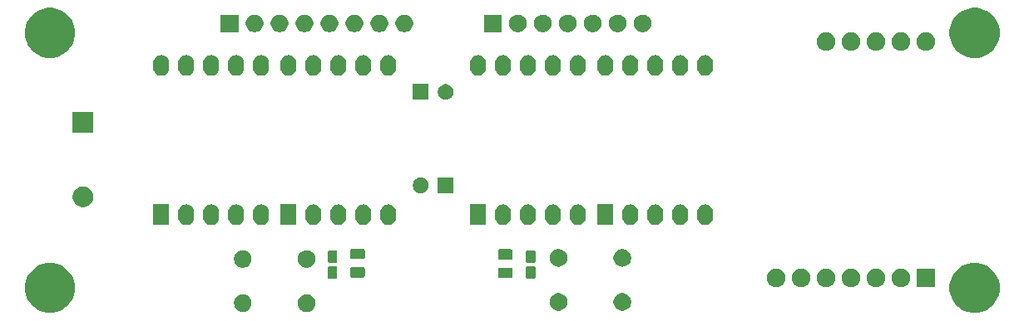
<source format=gbr>
G04 #@! TF.GenerationSoftware,KiCad,Pcbnew,(5.1.5)-2*
G04 #@! TF.CreationDate,2020-04-10T10:41:52+07:00*
G04 #@! TF.ProjectId,KIT_7SegLED_74HC595,4b49545f-3753-4656-974c-45445f373448,rev?*
G04 #@! TF.SameCoordinates,Original*
G04 #@! TF.FileFunction,Soldermask,Top*
G04 #@! TF.FilePolarity,Negative*
%FSLAX46Y46*%
G04 Gerber Fmt 4.6, Leading zero omitted, Abs format (unit mm)*
G04 Created by KiCad (PCBNEW (5.1.5)-2) date 2020-04-10 10:41:52*
%MOMM*%
%LPD*%
G04 APERTURE LIST*
%ADD10C,0.100000*%
G04 APERTURE END LIST*
D10*
G36*
X227375598Y-54836733D02*
G01*
X227836045Y-55027456D01*
X227839852Y-55029033D01*
X228257668Y-55308209D01*
X228612991Y-55663532D01*
X228886046Y-56072188D01*
X228892168Y-56081350D01*
X229084467Y-56545602D01*
X229182500Y-57038447D01*
X229182500Y-57540953D01*
X229084467Y-58033798D01*
X228905365Y-58466189D01*
X228892167Y-58498052D01*
X228612991Y-58915868D01*
X228257668Y-59271191D01*
X227839852Y-59550367D01*
X227839851Y-59550368D01*
X227839850Y-59550368D01*
X227375598Y-59742667D01*
X226882753Y-59840700D01*
X226380247Y-59840700D01*
X225887402Y-59742667D01*
X225423150Y-59550368D01*
X225423149Y-59550368D01*
X225423148Y-59550367D01*
X225005332Y-59271191D01*
X224650009Y-58915868D01*
X224370833Y-58498052D01*
X224357635Y-58466189D01*
X224178533Y-58033798D01*
X224080500Y-57540953D01*
X224080500Y-57038447D01*
X224178533Y-56545602D01*
X224370832Y-56081350D01*
X224376954Y-56072188D01*
X224650009Y-55663532D01*
X225005332Y-55308209D01*
X225423148Y-55029033D01*
X225426955Y-55027456D01*
X225887402Y-54836733D01*
X226380247Y-54738700D01*
X226882753Y-54738700D01*
X227375598Y-54836733D01*
G37*
G36*
X133268598Y-54836733D02*
G01*
X133729045Y-55027456D01*
X133732852Y-55029033D01*
X134150668Y-55308209D01*
X134505991Y-55663532D01*
X134779046Y-56072188D01*
X134785168Y-56081350D01*
X134977467Y-56545602D01*
X135075500Y-57038447D01*
X135075500Y-57540953D01*
X134977467Y-58033798D01*
X134798365Y-58466189D01*
X134785167Y-58498052D01*
X134505991Y-58915868D01*
X134150668Y-59271191D01*
X133732852Y-59550367D01*
X133732851Y-59550368D01*
X133732850Y-59550368D01*
X133268598Y-59742667D01*
X132775753Y-59840700D01*
X132273247Y-59840700D01*
X131780402Y-59742667D01*
X131316150Y-59550368D01*
X131316149Y-59550368D01*
X131316148Y-59550367D01*
X130898332Y-59271191D01*
X130543009Y-58915868D01*
X130263833Y-58498052D01*
X130250635Y-58466189D01*
X130071533Y-58033798D01*
X129973500Y-57540953D01*
X129973500Y-57038447D01*
X130071533Y-56545602D01*
X130263832Y-56081350D01*
X130269954Y-56072188D01*
X130543009Y-55663532D01*
X130898332Y-55308209D01*
X131316148Y-55029033D01*
X131319955Y-55027456D01*
X131780402Y-54836733D01*
X132273247Y-54738700D01*
X132775753Y-54738700D01*
X133268598Y-54836733D01*
G37*
G36*
X152259512Y-57941928D02*
G01*
X152408812Y-57971625D01*
X152572784Y-58039545D01*
X152720354Y-58138148D01*
X152845853Y-58263647D01*
X152944456Y-58411217D01*
X153012376Y-58575189D01*
X153047000Y-58749260D01*
X153047000Y-58926742D01*
X153012376Y-59100813D01*
X152944456Y-59264785D01*
X152845853Y-59412355D01*
X152720354Y-59537854D01*
X152572784Y-59636457D01*
X152408812Y-59704377D01*
X152259512Y-59734074D01*
X152234742Y-59739001D01*
X152057258Y-59739001D01*
X152032488Y-59734074D01*
X151883188Y-59704377D01*
X151719216Y-59636457D01*
X151571646Y-59537854D01*
X151446147Y-59412355D01*
X151347544Y-59264785D01*
X151279624Y-59100813D01*
X151245000Y-58926742D01*
X151245000Y-58749260D01*
X151279624Y-58575189D01*
X151347544Y-58411217D01*
X151446147Y-58263647D01*
X151571646Y-58138148D01*
X151719216Y-58039545D01*
X151883188Y-57971625D01*
X152032488Y-57941928D01*
X152057258Y-57937001D01*
X152234742Y-57937001D01*
X152259512Y-57941928D01*
G37*
G36*
X158759512Y-57941928D02*
G01*
X158908812Y-57971625D01*
X159072784Y-58039545D01*
X159220354Y-58138148D01*
X159345853Y-58263647D01*
X159444456Y-58411217D01*
X159512376Y-58575189D01*
X159547000Y-58749260D01*
X159547000Y-58926742D01*
X159512376Y-59100813D01*
X159444456Y-59264785D01*
X159345853Y-59412355D01*
X159220354Y-59537854D01*
X159072784Y-59636457D01*
X158908812Y-59704377D01*
X158759512Y-59734074D01*
X158734742Y-59739001D01*
X158557258Y-59739001D01*
X158532488Y-59734074D01*
X158383188Y-59704377D01*
X158219216Y-59636457D01*
X158071646Y-59537854D01*
X157946147Y-59412355D01*
X157847544Y-59264785D01*
X157779624Y-59100813D01*
X157745000Y-58926742D01*
X157745000Y-58749260D01*
X157779624Y-58575189D01*
X157847544Y-58411217D01*
X157946147Y-58263647D01*
X158071646Y-58138148D01*
X158219216Y-58039545D01*
X158383188Y-57971625D01*
X158532488Y-57941928D01*
X158557258Y-57937001D01*
X158734742Y-57937001D01*
X158759512Y-57941928D01*
G37*
G36*
X184390512Y-57832927D02*
G01*
X184539812Y-57862624D01*
X184703784Y-57930544D01*
X184851354Y-58029147D01*
X184976853Y-58154646D01*
X185075456Y-58302216D01*
X185143376Y-58466188D01*
X185178000Y-58640259D01*
X185178000Y-58817741D01*
X185143376Y-58991812D01*
X185075456Y-59155784D01*
X184976853Y-59303354D01*
X184851354Y-59428853D01*
X184703784Y-59527456D01*
X184539812Y-59595376D01*
X184390512Y-59625073D01*
X184365742Y-59630000D01*
X184188258Y-59630000D01*
X184163488Y-59625073D01*
X184014188Y-59595376D01*
X183850216Y-59527456D01*
X183702646Y-59428853D01*
X183577147Y-59303354D01*
X183478544Y-59155784D01*
X183410624Y-58991812D01*
X183376000Y-58817741D01*
X183376000Y-58640259D01*
X183410624Y-58466188D01*
X183478544Y-58302216D01*
X183577147Y-58154646D01*
X183702646Y-58029147D01*
X183850216Y-57930544D01*
X184014188Y-57862624D01*
X184163488Y-57832927D01*
X184188258Y-57828000D01*
X184365742Y-57828000D01*
X184390512Y-57832927D01*
G37*
G36*
X190890512Y-57832927D02*
G01*
X191039812Y-57862624D01*
X191203784Y-57930544D01*
X191351354Y-58029147D01*
X191476853Y-58154646D01*
X191575456Y-58302216D01*
X191643376Y-58466188D01*
X191678000Y-58640259D01*
X191678000Y-58817741D01*
X191643376Y-58991812D01*
X191575456Y-59155784D01*
X191476853Y-59303354D01*
X191351354Y-59428853D01*
X191203784Y-59527456D01*
X191039812Y-59595376D01*
X190890512Y-59625073D01*
X190865742Y-59630000D01*
X190688258Y-59630000D01*
X190663488Y-59625073D01*
X190514188Y-59595376D01*
X190350216Y-59527456D01*
X190202646Y-59428853D01*
X190077147Y-59303354D01*
X189978544Y-59155784D01*
X189910624Y-58991812D01*
X189876000Y-58817741D01*
X189876000Y-58640259D01*
X189910624Y-58466188D01*
X189978544Y-58302216D01*
X190077147Y-58154646D01*
X190202646Y-58029147D01*
X190350216Y-57930544D01*
X190514188Y-57862624D01*
X190663488Y-57832927D01*
X190688258Y-57828000D01*
X190865742Y-57828000D01*
X190890512Y-57832927D01*
G37*
G36*
X216875895Y-55346546D02*
G01*
X217048966Y-55418234D01*
X217110156Y-55459120D01*
X217204727Y-55522310D01*
X217337190Y-55654773D01*
X217368877Y-55702196D01*
X217441266Y-55810534D01*
X217512954Y-55983605D01*
X217549500Y-56167333D01*
X217549500Y-56354667D01*
X217512954Y-56538395D01*
X217441266Y-56711466D01*
X217441265Y-56711467D01*
X217337190Y-56867227D01*
X217204727Y-56999690D01*
X217146723Y-57038447D01*
X217048966Y-57103766D01*
X216875895Y-57175454D01*
X216692167Y-57212000D01*
X216504833Y-57212000D01*
X216321105Y-57175454D01*
X216148034Y-57103766D01*
X216050277Y-57038447D01*
X215992273Y-56999690D01*
X215859810Y-56867227D01*
X215755735Y-56711467D01*
X215755734Y-56711466D01*
X215684046Y-56538395D01*
X215647500Y-56354667D01*
X215647500Y-56167333D01*
X215684046Y-55983605D01*
X215755734Y-55810534D01*
X215828123Y-55702196D01*
X215859810Y-55654773D01*
X215992273Y-55522310D01*
X216086844Y-55459120D01*
X216148034Y-55418234D01*
X216321105Y-55346546D01*
X216504833Y-55310000D01*
X216692167Y-55310000D01*
X216875895Y-55346546D01*
G37*
G36*
X222629500Y-57212000D02*
G01*
X220727500Y-57212000D01*
X220727500Y-55310000D01*
X222629500Y-55310000D01*
X222629500Y-57212000D01*
G37*
G36*
X219415895Y-55346546D02*
G01*
X219588966Y-55418234D01*
X219650156Y-55459120D01*
X219744727Y-55522310D01*
X219877190Y-55654773D01*
X219908877Y-55702196D01*
X219981266Y-55810534D01*
X220052954Y-55983605D01*
X220089500Y-56167333D01*
X220089500Y-56354667D01*
X220052954Y-56538395D01*
X219981266Y-56711466D01*
X219981265Y-56711467D01*
X219877190Y-56867227D01*
X219744727Y-56999690D01*
X219686723Y-57038447D01*
X219588966Y-57103766D01*
X219415895Y-57175454D01*
X219232167Y-57212000D01*
X219044833Y-57212000D01*
X218861105Y-57175454D01*
X218688034Y-57103766D01*
X218590277Y-57038447D01*
X218532273Y-56999690D01*
X218399810Y-56867227D01*
X218295735Y-56711467D01*
X218295734Y-56711466D01*
X218224046Y-56538395D01*
X218187500Y-56354667D01*
X218187500Y-56167333D01*
X218224046Y-55983605D01*
X218295734Y-55810534D01*
X218368123Y-55702196D01*
X218399810Y-55654773D01*
X218532273Y-55522310D01*
X218626844Y-55459120D01*
X218688034Y-55418234D01*
X218861105Y-55346546D01*
X219044833Y-55310000D01*
X219232167Y-55310000D01*
X219415895Y-55346546D01*
G37*
G36*
X214335895Y-55346546D02*
G01*
X214508966Y-55418234D01*
X214570156Y-55459120D01*
X214664727Y-55522310D01*
X214797190Y-55654773D01*
X214828877Y-55702196D01*
X214901266Y-55810534D01*
X214972954Y-55983605D01*
X215009500Y-56167333D01*
X215009500Y-56354667D01*
X214972954Y-56538395D01*
X214901266Y-56711466D01*
X214901265Y-56711467D01*
X214797190Y-56867227D01*
X214664727Y-56999690D01*
X214606723Y-57038447D01*
X214508966Y-57103766D01*
X214335895Y-57175454D01*
X214152167Y-57212000D01*
X213964833Y-57212000D01*
X213781105Y-57175454D01*
X213608034Y-57103766D01*
X213510277Y-57038447D01*
X213452273Y-56999690D01*
X213319810Y-56867227D01*
X213215735Y-56711467D01*
X213215734Y-56711466D01*
X213144046Y-56538395D01*
X213107500Y-56354667D01*
X213107500Y-56167333D01*
X213144046Y-55983605D01*
X213215734Y-55810534D01*
X213288123Y-55702196D01*
X213319810Y-55654773D01*
X213452273Y-55522310D01*
X213546844Y-55459120D01*
X213608034Y-55418234D01*
X213781105Y-55346546D01*
X213964833Y-55310000D01*
X214152167Y-55310000D01*
X214335895Y-55346546D01*
G37*
G36*
X211795895Y-55346546D02*
G01*
X211968966Y-55418234D01*
X212030156Y-55459120D01*
X212124727Y-55522310D01*
X212257190Y-55654773D01*
X212288877Y-55702196D01*
X212361266Y-55810534D01*
X212432954Y-55983605D01*
X212469500Y-56167333D01*
X212469500Y-56354667D01*
X212432954Y-56538395D01*
X212361266Y-56711466D01*
X212361265Y-56711467D01*
X212257190Y-56867227D01*
X212124727Y-56999690D01*
X212066723Y-57038447D01*
X211968966Y-57103766D01*
X211795895Y-57175454D01*
X211612167Y-57212000D01*
X211424833Y-57212000D01*
X211241105Y-57175454D01*
X211068034Y-57103766D01*
X210970277Y-57038447D01*
X210912273Y-56999690D01*
X210779810Y-56867227D01*
X210675735Y-56711467D01*
X210675734Y-56711466D01*
X210604046Y-56538395D01*
X210567500Y-56354667D01*
X210567500Y-56167333D01*
X210604046Y-55983605D01*
X210675734Y-55810534D01*
X210748123Y-55702196D01*
X210779810Y-55654773D01*
X210912273Y-55522310D01*
X211006844Y-55459120D01*
X211068034Y-55418234D01*
X211241105Y-55346546D01*
X211424833Y-55310000D01*
X211612167Y-55310000D01*
X211795895Y-55346546D01*
G37*
G36*
X209255895Y-55346546D02*
G01*
X209428966Y-55418234D01*
X209490156Y-55459120D01*
X209584727Y-55522310D01*
X209717190Y-55654773D01*
X209748877Y-55702196D01*
X209821266Y-55810534D01*
X209892954Y-55983605D01*
X209929500Y-56167333D01*
X209929500Y-56354667D01*
X209892954Y-56538395D01*
X209821266Y-56711466D01*
X209821265Y-56711467D01*
X209717190Y-56867227D01*
X209584727Y-56999690D01*
X209526723Y-57038447D01*
X209428966Y-57103766D01*
X209255895Y-57175454D01*
X209072167Y-57212000D01*
X208884833Y-57212000D01*
X208701105Y-57175454D01*
X208528034Y-57103766D01*
X208430277Y-57038447D01*
X208372273Y-56999690D01*
X208239810Y-56867227D01*
X208135735Y-56711467D01*
X208135734Y-56711466D01*
X208064046Y-56538395D01*
X208027500Y-56354667D01*
X208027500Y-56167333D01*
X208064046Y-55983605D01*
X208135734Y-55810534D01*
X208208123Y-55702196D01*
X208239810Y-55654773D01*
X208372273Y-55522310D01*
X208466844Y-55459120D01*
X208528034Y-55418234D01*
X208701105Y-55346546D01*
X208884833Y-55310000D01*
X209072167Y-55310000D01*
X209255895Y-55346546D01*
G37*
G36*
X206715895Y-55346546D02*
G01*
X206888966Y-55418234D01*
X206950156Y-55459120D01*
X207044727Y-55522310D01*
X207177190Y-55654773D01*
X207208877Y-55702196D01*
X207281266Y-55810534D01*
X207352954Y-55983605D01*
X207389500Y-56167333D01*
X207389500Y-56354667D01*
X207352954Y-56538395D01*
X207281266Y-56711466D01*
X207281265Y-56711467D01*
X207177190Y-56867227D01*
X207044727Y-56999690D01*
X206986723Y-57038447D01*
X206888966Y-57103766D01*
X206715895Y-57175454D01*
X206532167Y-57212000D01*
X206344833Y-57212000D01*
X206161105Y-57175454D01*
X205988034Y-57103766D01*
X205890277Y-57038447D01*
X205832273Y-56999690D01*
X205699810Y-56867227D01*
X205595735Y-56711467D01*
X205595734Y-56711466D01*
X205524046Y-56538395D01*
X205487500Y-56354667D01*
X205487500Y-56167333D01*
X205524046Y-55983605D01*
X205595734Y-55810534D01*
X205668123Y-55702196D01*
X205699810Y-55654773D01*
X205832273Y-55522310D01*
X205926844Y-55459120D01*
X205988034Y-55418234D01*
X206161105Y-55346546D01*
X206344833Y-55310000D01*
X206532167Y-55310000D01*
X206715895Y-55346546D01*
G37*
G36*
X181792218Y-55067765D02*
G01*
X181825033Y-55077719D01*
X181855265Y-55093879D01*
X181881770Y-55115630D01*
X181903521Y-55142135D01*
X181919681Y-55172367D01*
X181929635Y-55205182D01*
X181933600Y-55245440D01*
X181933600Y-56209160D01*
X181929635Y-56249418D01*
X181919681Y-56282233D01*
X181903521Y-56312465D01*
X181881770Y-56338970D01*
X181855265Y-56360721D01*
X181825033Y-56376881D01*
X181792218Y-56386835D01*
X181751960Y-56390800D01*
X181163240Y-56390800D01*
X181122982Y-56386835D01*
X181090167Y-56376881D01*
X181059935Y-56360721D01*
X181033430Y-56338970D01*
X181011679Y-56312465D01*
X180995519Y-56282233D01*
X180985565Y-56249418D01*
X180981600Y-56209160D01*
X180981600Y-55245440D01*
X180985565Y-55205182D01*
X180995519Y-55172367D01*
X181011679Y-55142135D01*
X181033430Y-55115630D01*
X181059935Y-55093879D01*
X181090167Y-55077719D01*
X181122982Y-55067765D01*
X181163240Y-55063800D01*
X181751960Y-55063800D01*
X181792218Y-55067765D01*
G37*
G36*
X161624618Y-55067465D02*
G01*
X161657433Y-55077419D01*
X161687665Y-55093579D01*
X161714170Y-55115330D01*
X161735921Y-55141835D01*
X161752081Y-55172067D01*
X161762035Y-55204882D01*
X161766000Y-55245140D01*
X161766000Y-56208860D01*
X161762035Y-56249118D01*
X161752081Y-56281933D01*
X161735921Y-56312165D01*
X161714170Y-56338670D01*
X161687665Y-56360421D01*
X161657433Y-56376581D01*
X161624618Y-56386535D01*
X161584360Y-56390500D01*
X160995640Y-56390500D01*
X160955382Y-56386535D01*
X160922567Y-56376581D01*
X160892335Y-56360421D01*
X160865830Y-56338670D01*
X160844079Y-56312165D01*
X160827919Y-56281933D01*
X160817965Y-56249118D01*
X160814000Y-56208860D01*
X160814000Y-55245140D01*
X160817965Y-55204882D01*
X160827919Y-55172067D01*
X160844079Y-55141835D01*
X160865830Y-55115330D01*
X160892335Y-55093579D01*
X160922567Y-55077419D01*
X160955382Y-55067465D01*
X160995640Y-55063500D01*
X161584360Y-55063500D01*
X161624618Y-55067465D01*
G37*
G36*
X179451268Y-55216765D02*
G01*
X179489938Y-55228496D01*
X179525577Y-55247546D01*
X179556817Y-55273183D01*
X179582454Y-55304423D01*
X179601504Y-55340062D01*
X179613235Y-55378732D01*
X179617800Y-55425088D01*
X179617800Y-56076312D01*
X179613235Y-56122668D01*
X179601504Y-56161338D01*
X179582454Y-56196977D01*
X179556817Y-56228217D01*
X179525577Y-56253854D01*
X179489938Y-56272904D01*
X179451268Y-56284635D01*
X179404912Y-56289200D01*
X178328688Y-56289200D01*
X178282332Y-56284635D01*
X178243662Y-56272904D01*
X178208023Y-56253854D01*
X178176783Y-56228217D01*
X178151146Y-56196977D01*
X178132096Y-56161338D01*
X178120365Y-56122668D01*
X178115800Y-56076312D01*
X178115800Y-55425088D01*
X178120365Y-55378732D01*
X178132096Y-55340062D01*
X178151146Y-55304423D01*
X178176783Y-55273183D01*
X178208023Y-55247546D01*
X178243662Y-55228496D01*
X178282332Y-55216765D01*
X178328688Y-55212200D01*
X179404912Y-55212200D01*
X179451268Y-55216765D01*
G37*
G36*
X164414468Y-55165965D02*
G01*
X164453138Y-55177696D01*
X164488777Y-55196746D01*
X164520017Y-55222383D01*
X164545654Y-55253623D01*
X164564704Y-55289262D01*
X164576435Y-55327932D01*
X164581000Y-55374288D01*
X164581000Y-56025512D01*
X164576435Y-56071868D01*
X164564704Y-56110538D01*
X164545654Y-56146177D01*
X164520017Y-56177417D01*
X164488777Y-56203054D01*
X164453138Y-56222104D01*
X164414468Y-56233835D01*
X164368112Y-56238400D01*
X163291888Y-56238400D01*
X163245532Y-56233835D01*
X163206862Y-56222104D01*
X163171223Y-56203054D01*
X163139983Y-56177417D01*
X163114346Y-56146177D01*
X163095296Y-56110538D01*
X163083565Y-56071868D01*
X163079000Y-56025512D01*
X163079000Y-55374288D01*
X163083565Y-55327932D01*
X163095296Y-55289262D01*
X163114346Y-55253623D01*
X163139983Y-55222383D01*
X163171223Y-55196746D01*
X163206862Y-55177696D01*
X163245532Y-55165965D01*
X163291888Y-55161400D01*
X164368112Y-55161400D01*
X164414468Y-55165965D01*
G37*
G36*
X152259512Y-53441928D02*
G01*
X152408812Y-53471625D01*
X152572784Y-53539545D01*
X152720354Y-53638148D01*
X152845853Y-53763647D01*
X152944456Y-53911217D01*
X153012376Y-54075189D01*
X153027358Y-54150512D01*
X153046684Y-54247668D01*
X153047000Y-54249260D01*
X153047000Y-54426742D01*
X153012376Y-54600813D01*
X152944456Y-54764785D01*
X152845853Y-54912355D01*
X152720354Y-55037854D01*
X152572784Y-55136457D01*
X152408812Y-55204377D01*
X152266444Y-55232695D01*
X152234742Y-55239001D01*
X152057258Y-55239001D01*
X152025556Y-55232695D01*
X151883188Y-55204377D01*
X151719216Y-55136457D01*
X151571646Y-55037854D01*
X151446147Y-54912355D01*
X151347544Y-54764785D01*
X151279624Y-54600813D01*
X151245000Y-54426742D01*
X151245000Y-54249260D01*
X151245317Y-54247668D01*
X151264642Y-54150512D01*
X151279624Y-54075189D01*
X151347544Y-53911217D01*
X151446147Y-53763647D01*
X151571646Y-53638148D01*
X151719216Y-53539545D01*
X151883188Y-53471625D01*
X152032488Y-53441928D01*
X152057258Y-53437001D01*
X152234742Y-53437001D01*
X152259512Y-53441928D01*
G37*
G36*
X158759512Y-53441928D02*
G01*
X158908812Y-53471625D01*
X159072784Y-53539545D01*
X159220354Y-53638148D01*
X159345853Y-53763647D01*
X159444456Y-53911217D01*
X159512376Y-54075189D01*
X159527358Y-54150512D01*
X159546684Y-54247668D01*
X159547000Y-54249260D01*
X159547000Y-54426742D01*
X159512376Y-54600813D01*
X159444456Y-54764785D01*
X159345853Y-54912355D01*
X159220354Y-55037854D01*
X159072784Y-55136457D01*
X158908812Y-55204377D01*
X158766444Y-55232695D01*
X158734742Y-55239001D01*
X158557258Y-55239001D01*
X158525556Y-55232695D01*
X158383188Y-55204377D01*
X158219216Y-55136457D01*
X158071646Y-55037854D01*
X157946147Y-54912355D01*
X157847544Y-54764785D01*
X157779624Y-54600813D01*
X157745000Y-54426742D01*
X157745000Y-54249260D01*
X157745317Y-54247668D01*
X157764642Y-54150512D01*
X157779624Y-54075189D01*
X157847544Y-53911217D01*
X157946147Y-53763647D01*
X158071646Y-53638148D01*
X158219216Y-53539545D01*
X158383188Y-53471625D01*
X158532488Y-53441928D01*
X158557258Y-53437001D01*
X158734742Y-53437001D01*
X158759512Y-53441928D01*
G37*
G36*
X190884730Y-53331777D02*
G01*
X191039812Y-53362624D01*
X191203784Y-53430544D01*
X191351354Y-53529147D01*
X191476853Y-53654646D01*
X191575456Y-53802216D01*
X191643376Y-53966188D01*
X191673073Y-54115488D01*
X191678000Y-54140258D01*
X191678000Y-54317742D01*
X191675949Y-54328054D01*
X191643376Y-54491812D01*
X191575456Y-54655784D01*
X191476853Y-54803354D01*
X191351354Y-54928853D01*
X191203784Y-55027456D01*
X191039812Y-55095376D01*
X190890512Y-55125073D01*
X190865742Y-55130000D01*
X190688258Y-55130000D01*
X190663488Y-55125073D01*
X190514188Y-55095376D01*
X190350216Y-55027456D01*
X190202646Y-54928853D01*
X190077147Y-54803354D01*
X189978544Y-54655784D01*
X189910624Y-54491812D01*
X189878051Y-54328054D01*
X189876000Y-54317742D01*
X189876000Y-54140258D01*
X189880927Y-54115488D01*
X189910624Y-53966188D01*
X189978544Y-53802216D01*
X190077147Y-53654646D01*
X190202646Y-53529147D01*
X190350216Y-53430544D01*
X190514188Y-53362624D01*
X190669270Y-53331777D01*
X190688258Y-53328000D01*
X190865742Y-53328000D01*
X190884730Y-53331777D01*
G37*
G36*
X184384730Y-53331777D02*
G01*
X184539812Y-53362624D01*
X184703784Y-53430544D01*
X184851354Y-53529147D01*
X184976853Y-53654646D01*
X185075456Y-53802216D01*
X185143376Y-53966188D01*
X185173073Y-54115488D01*
X185178000Y-54140258D01*
X185178000Y-54317742D01*
X185175949Y-54328054D01*
X185143376Y-54491812D01*
X185075456Y-54655784D01*
X184976853Y-54803354D01*
X184851354Y-54928853D01*
X184703784Y-55027456D01*
X184539812Y-55095376D01*
X184390512Y-55125073D01*
X184365742Y-55130000D01*
X184188258Y-55130000D01*
X184163488Y-55125073D01*
X184014188Y-55095376D01*
X183850216Y-55027456D01*
X183702646Y-54928853D01*
X183577147Y-54803354D01*
X183478544Y-54655784D01*
X183410624Y-54491812D01*
X183378051Y-54328054D01*
X183376000Y-54317742D01*
X183376000Y-54140258D01*
X183380927Y-54115488D01*
X183410624Y-53966188D01*
X183478544Y-53802216D01*
X183577147Y-53654646D01*
X183702646Y-53529147D01*
X183850216Y-53430544D01*
X184014188Y-53362624D01*
X184169270Y-53331777D01*
X184188258Y-53328000D01*
X184365742Y-53328000D01*
X184384730Y-53331777D01*
G37*
G36*
X181792218Y-53442765D02*
G01*
X181825033Y-53452719D01*
X181855265Y-53468879D01*
X181881770Y-53490630D01*
X181903521Y-53517135D01*
X181919681Y-53547367D01*
X181929635Y-53580182D01*
X181933600Y-53620440D01*
X181933600Y-54584160D01*
X181929635Y-54624418D01*
X181919681Y-54657233D01*
X181903521Y-54687465D01*
X181881770Y-54713970D01*
X181855265Y-54735721D01*
X181825033Y-54751881D01*
X181792218Y-54761835D01*
X181751960Y-54765800D01*
X181163240Y-54765800D01*
X181122982Y-54761835D01*
X181090167Y-54751881D01*
X181059935Y-54735721D01*
X181033430Y-54713970D01*
X181011679Y-54687465D01*
X180995519Y-54657233D01*
X180985565Y-54624418D01*
X180981600Y-54584160D01*
X180981600Y-53620440D01*
X180985565Y-53580182D01*
X180995519Y-53547367D01*
X181011679Y-53517135D01*
X181033430Y-53490630D01*
X181059935Y-53468879D01*
X181090167Y-53452719D01*
X181122982Y-53442765D01*
X181163240Y-53438800D01*
X181751960Y-53438800D01*
X181792218Y-53442765D01*
G37*
G36*
X161624618Y-53442465D02*
G01*
X161657433Y-53452419D01*
X161687665Y-53468579D01*
X161714170Y-53490330D01*
X161735921Y-53516835D01*
X161752081Y-53547067D01*
X161762035Y-53579882D01*
X161766000Y-53620140D01*
X161766000Y-54583860D01*
X161762035Y-54624118D01*
X161752081Y-54656933D01*
X161735921Y-54687165D01*
X161714170Y-54713670D01*
X161687665Y-54735421D01*
X161657433Y-54751581D01*
X161624618Y-54761535D01*
X161584360Y-54765500D01*
X160995640Y-54765500D01*
X160955382Y-54761535D01*
X160922567Y-54751581D01*
X160892335Y-54735421D01*
X160865830Y-54713670D01*
X160844079Y-54687165D01*
X160827919Y-54656933D01*
X160817965Y-54624118D01*
X160814000Y-54583860D01*
X160814000Y-53620140D01*
X160817965Y-53579882D01*
X160827919Y-53547067D01*
X160844079Y-53516835D01*
X160865830Y-53490330D01*
X160892335Y-53468579D01*
X160922567Y-53452419D01*
X160955382Y-53442465D01*
X160995640Y-53438500D01*
X161584360Y-53438500D01*
X161624618Y-53442465D01*
G37*
G36*
X179451268Y-53341765D02*
G01*
X179489938Y-53353496D01*
X179525577Y-53372546D01*
X179556817Y-53398183D01*
X179582454Y-53429423D01*
X179601504Y-53465062D01*
X179613235Y-53503732D01*
X179617800Y-53550088D01*
X179617800Y-54201312D01*
X179613235Y-54247668D01*
X179601504Y-54286338D01*
X179582454Y-54321977D01*
X179556817Y-54353217D01*
X179525577Y-54378854D01*
X179489938Y-54397904D01*
X179451268Y-54409635D01*
X179404912Y-54414200D01*
X178328688Y-54414200D01*
X178282332Y-54409635D01*
X178243662Y-54397904D01*
X178208023Y-54378854D01*
X178176783Y-54353217D01*
X178151146Y-54321977D01*
X178132096Y-54286338D01*
X178120365Y-54247668D01*
X178115800Y-54201312D01*
X178115800Y-53550088D01*
X178120365Y-53503732D01*
X178132096Y-53465062D01*
X178151146Y-53429423D01*
X178176783Y-53398183D01*
X178208023Y-53372546D01*
X178243662Y-53353496D01*
X178282332Y-53341765D01*
X178328688Y-53337200D01*
X179404912Y-53337200D01*
X179451268Y-53341765D01*
G37*
G36*
X164414468Y-53290965D02*
G01*
X164453138Y-53302696D01*
X164488777Y-53321746D01*
X164520017Y-53347383D01*
X164545654Y-53378623D01*
X164564704Y-53414262D01*
X164576435Y-53452932D01*
X164581000Y-53499288D01*
X164581000Y-54150512D01*
X164576435Y-54196868D01*
X164564704Y-54235538D01*
X164545654Y-54271177D01*
X164520017Y-54302417D01*
X164488777Y-54328054D01*
X164453138Y-54347104D01*
X164414468Y-54358835D01*
X164368112Y-54363400D01*
X163291888Y-54363400D01*
X163245532Y-54358835D01*
X163206862Y-54347104D01*
X163171223Y-54328054D01*
X163139983Y-54302417D01*
X163114346Y-54271177D01*
X163095296Y-54235538D01*
X163083565Y-54196868D01*
X163079000Y-54150512D01*
X163079000Y-53499288D01*
X163083565Y-53452932D01*
X163095296Y-53414262D01*
X163114346Y-53378623D01*
X163139983Y-53347383D01*
X163171223Y-53321746D01*
X163206862Y-53302696D01*
X163245532Y-53290965D01*
X163291888Y-53286400D01*
X164368112Y-53286400D01*
X164414468Y-53290965D01*
G37*
G36*
X149092275Y-48782864D02*
G01*
X149243548Y-48828752D01*
X149245529Y-48829353D01*
X149386763Y-48904844D01*
X149510559Y-49006441D01*
X149612156Y-49130237D01*
X149687647Y-49271470D01*
X149687647Y-49271471D01*
X149687648Y-49271473D01*
X149734136Y-49424724D01*
X149745900Y-49544167D01*
X149745900Y-50100032D01*
X149734136Y-50219476D01*
X149687830Y-50372126D01*
X149687647Y-50372730D01*
X149612156Y-50513963D01*
X149510559Y-50637759D01*
X149386763Y-50739356D01*
X149245530Y-50814847D01*
X149245527Y-50814848D01*
X149092276Y-50861336D01*
X148932900Y-50877033D01*
X148773525Y-50861336D01*
X148620274Y-50814848D01*
X148620271Y-50814847D01*
X148479038Y-50739356D01*
X148355242Y-50637759D01*
X148253646Y-50513965D01*
X148253645Y-50513963D01*
X148178152Y-50372727D01*
X148131664Y-50219476D01*
X148119900Y-50100033D01*
X148119900Y-49544168D01*
X148131664Y-49424725D01*
X148178152Y-49271474D01*
X148178153Y-49271471D01*
X148253644Y-49130237D01*
X148355241Y-49006441D01*
X148479037Y-48904844D01*
X148620270Y-48829353D01*
X148622251Y-48828752D01*
X148773524Y-48782864D01*
X148932900Y-48767167D01*
X149092275Y-48782864D01*
G37*
G36*
X151632275Y-48782864D02*
G01*
X151783548Y-48828752D01*
X151785529Y-48829353D01*
X151926763Y-48904844D01*
X152050559Y-49006441D01*
X152152156Y-49130237D01*
X152227647Y-49271470D01*
X152227647Y-49271471D01*
X152227648Y-49271473D01*
X152274136Y-49424724D01*
X152285900Y-49544167D01*
X152285900Y-50100032D01*
X152274136Y-50219476D01*
X152227830Y-50372126D01*
X152227647Y-50372730D01*
X152152156Y-50513963D01*
X152050559Y-50637759D01*
X151926763Y-50739356D01*
X151785530Y-50814847D01*
X151785527Y-50814848D01*
X151632276Y-50861336D01*
X151472900Y-50877033D01*
X151313525Y-50861336D01*
X151160274Y-50814848D01*
X151160271Y-50814847D01*
X151019038Y-50739356D01*
X150895242Y-50637759D01*
X150793646Y-50513965D01*
X150793645Y-50513963D01*
X150718152Y-50372727D01*
X150671664Y-50219476D01*
X150659900Y-50100033D01*
X150659900Y-49544168D01*
X150671664Y-49424725D01*
X150718152Y-49271474D01*
X150718153Y-49271471D01*
X150793644Y-49130237D01*
X150895241Y-49006441D01*
X151019037Y-48904844D01*
X151160270Y-48829353D01*
X151162251Y-48828752D01*
X151313524Y-48782864D01*
X151472900Y-48767167D01*
X151632275Y-48782864D01*
G37*
G36*
X154172275Y-48782864D02*
G01*
X154323548Y-48828752D01*
X154325529Y-48829353D01*
X154466763Y-48904844D01*
X154590559Y-49006441D01*
X154692156Y-49130237D01*
X154767647Y-49271470D01*
X154767647Y-49271471D01*
X154767648Y-49271473D01*
X154814136Y-49424724D01*
X154825900Y-49544167D01*
X154825900Y-50100032D01*
X154814136Y-50219476D01*
X154767830Y-50372126D01*
X154767647Y-50372730D01*
X154692156Y-50513963D01*
X154590559Y-50637759D01*
X154466763Y-50739356D01*
X154325530Y-50814847D01*
X154325527Y-50814848D01*
X154172276Y-50861336D01*
X154012900Y-50877033D01*
X153853525Y-50861336D01*
X153700274Y-50814848D01*
X153700271Y-50814847D01*
X153559038Y-50739356D01*
X153435242Y-50637759D01*
X153333646Y-50513965D01*
X153333645Y-50513963D01*
X153258152Y-50372727D01*
X153211664Y-50219476D01*
X153199900Y-50100033D01*
X153199900Y-49544168D01*
X153211664Y-49424725D01*
X153258152Y-49271474D01*
X153258153Y-49271471D01*
X153333644Y-49130237D01*
X153435241Y-49006441D01*
X153559037Y-48904844D01*
X153700270Y-48829353D01*
X153702251Y-48828752D01*
X153853524Y-48782864D01*
X154012900Y-48767167D01*
X154172275Y-48782864D01*
G37*
G36*
X146552275Y-48782864D02*
G01*
X146703548Y-48828752D01*
X146705529Y-48829353D01*
X146846763Y-48904844D01*
X146970559Y-49006441D01*
X147072156Y-49130237D01*
X147147647Y-49271470D01*
X147147647Y-49271471D01*
X147147648Y-49271473D01*
X147194136Y-49424724D01*
X147205900Y-49544167D01*
X147205900Y-50100032D01*
X147194136Y-50219476D01*
X147147830Y-50372126D01*
X147147647Y-50372730D01*
X147072156Y-50513963D01*
X146970559Y-50637759D01*
X146846763Y-50739356D01*
X146705530Y-50814847D01*
X146705527Y-50814848D01*
X146552276Y-50861336D01*
X146392900Y-50877033D01*
X146233525Y-50861336D01*
X146080274Y-50814848D01*
X146080271Y-50814847D01*
X145939038Y-50739356D01*
X145815242Y-50637759D01*
X145713646Y-50513965D01*
X145713645Y-50513963D01*
X145638152Y-50372727D01*
X145591664Y-50219476D01*
X145579900Y-50100033D01*
X145579900Y-49544168D01*
X145591664Y-49424725D01*
X145638152Y-49271474D01*
X145638153Y-49271471D01*
X145713644Y-49130237D01*
X145815241Y-49006441D01*
X145939037Y-48904844D01*
X146080270Y-48829353D01*
X146082251Y-48828752D01*
X146233524Y-48782864D01*
X146392900Y-48767167D01*
X146552275Y-48782864D01*
G37*
G36*
X181333976Y-48782263D02*
G01*
X181487227Y-48828751D01*
X181487230Y-48828752D01*
X181628464Y-48904243D01*
X181752260Y-49005840D01*
X181853857Y-49129636D01*
X181929348Y-49270869D01*
X181929348Y-49270870D01*
X181929349Y-49270872D01*
X181975837Y-49424123D01*
X181987601Y-49543566D01*
X181987601Y-50099431D01*
X181975837Y-50218875D01*
X181929349Y-50372126D01*
X181929348Y-50372129D01*
X181853857Y-50513362D01*
X181752260Y-50637158D01*
X181628464Y-50738755D01*
X181487231Y-50814246D01*
X181487228Y-50814247D01*
X181333977Y-50860735D01*
X181174601Y-50876432D01*
X181015226Y-50860735D01*
X180861975Y-50814247D01*
X180861972Y-50814246D01*
X180720739Y-50738755D01*
X180596943Y-50637158D01*
X180495839Y-50513964D01*
X180495346Y-50513363D01*
X180419853Y-50372126D01*
X180373365Y-50218875D01*
X180361601Y-50099432D01*
X180361601Y-49543567D01*
X180373365Y-49424124D01*
X180419853Y-49270873D01*
X180419854Y-49270870D01*
X180495345Y-49129636D01*
X180596942Y-49005840D01*
X180720738Y-48904243D01*
X180861971Y-48828752D01*
X180861974Y-48828751D01*
X181015225Y-48782263D01*
X181174601Y-48766566D01*
X181333976Y-48782263D01*
G37*
G36*
X164569976Y-48782263D02*
G01*
X164723227Y-48828751D01*
X164723230Y-48828752D01*
X164864464Y-48904243D01*
X164988260Y-49005840D01*
X165089857Y-49129636D01*
X165165348Y-49270869D01*
X165165348Y-49270870D01*
X165165349Y-49270872D01*
X165211837Y-49424123D01*
X165223601Y-49543566D01*
X165223601Y-50099431D01*
X165211837Y-50218875D01*
X165165349Y-50372126D01*
X165165348Y-50372129D01*
X165089857Y-50513362D01*
X164988260Y-50637158D01*
X164864464Y-50738755D01*
X164723231Y-50814246D01*
X164723228Y-50814247D01*
X164569977Y-50860735D01*
X164410601Y-50876432D01*
X164251226Y-50860735D01*
X164097975Y-50814247D01*
X164097972Y-50814246D01*
X163956739Y-50738755D01*
X163832943Y-50637158D01*
X163731839Y-50513964D01*
X163731346Y-50513363D01*
X163655853Y-50372126D01*
X163609365Y-50218875D01*
X163597601Y-50099432D01*
X163597601Y-49543567D01*
X163609365Y-49424124D01*
X163655853Y-49270873D01*
X163655854Y-49270870D01*
X163731345Y-49129636D01*
X163832942Y-49005840D01*
X163956738Y-48904243D01*
X164097971Y-48828752D01*
X164097974Y-48828751D01*
X164251225Y-48782263D01*
X164410601Y-48766566D01*
X164569976Y-48782263D01*
G37*
G36*
X167109976Y-48782263D02*
G01*
X167263227Y-48828751D01*
X167263230Y-48828752D01*
X167404464Y-48904243D01*
X167528260Y-49005840D01*
X167629857Y-49129636D01*
X167705348Y-49270869D01*
X167705348Y-49270870D01*
X167705349Y-49270872D01*
X167751837Y-49424123D01*
X167763601Y-49543566D01*
X167763601Y-50099431D01*
X167751837Y-50218875D01*
X167705349Y-50372126D01*
X167705348Y-50372129D01*
X167629857Y-50513362D01*
X167528260Y-50637158D01*
X167404464Y-50738755D01*
X167263231Y-50814246D01*
X167263228Y-50814247D01*
X167109977Y-50860735D01*
X166950601Y-50876432D01*
X166791226Y-50860735D01*
X166637975Y-50814247D01*
X166637972Y-50814246D01*
X166496739Y-50738755D01*
X166372943Y-50637158D01*
X166271839Y-50513964D01*
X166271346Y-50513363D01*
X166195853Y-50372126D01*
X166149365Y-50218875D01*
X166137601Y-50099432D01*
X166137601Y-49543567D01*
X166149365Y-49424124D01*
X166195853Y-49270873D01*
X166195854Y-49270870D01*
X166271345Y-49129636D01*
X166372942Y-49005840D01*
X166496738Y-48904243D01*
X166637971Y-48828752D01*
X166637974Y-48828751D01*
X166791225Y-48782263D01*
X166950601Y-48766566D01*
X167109976Y-48782263D01*
G37*
G36*
X159489976Y-48782263D02*
G01*
X159643227Y-48828751D01*
X159643230Y-48828752D01*
X159784464Y-48904243D01*
X159908260Y-49005840D01*
X160009857Y-49129636D01*
X160085348Y-49270869D01*
X160085348Y-49270870D01*
X160085349Y-49270872D01*
X160131837Y-49424123D01*
X160143601Y-49543566D01*
X160143601Y-50099431D01*
X160131837Y-50218875D01*
X160085349Y-50372126D01*
X160085348Y-50372129D01*
X160009857Y-50513362D01*
X159908260Y-50637158D01*
X159784464Y-50738755D01*
X159643231Y-50814246D01*
X159643228Y-50814247D01*
X159489977Y-50860735D01*
X159330601Y-50876432D01*
X159171226Y-50860735D01*
X159017975Y-50814247D01*
X159017972Y-50814246D01*
X158876739Y-50738755D01*
X158752943Y-50637158D01*
X158651839Y-50513964D01*
X158651346Y-50513363D01*
X158575853Y-50372126D01*
X158529365Y-50218875D01*
X158517601Y-50099432D01*
X158517601Y-49543567D01*
X158529365Y-49424124D01*
X158575853Y-49270873D01*
X158575854Y-49270870D01*
X158651345Y-49129636D01*
X158752942Y-49005840D01*
X158876738Y-48904243D01*
X159017971Y-48828752D01*
X159017974Y-48828751D01*
X159171225Y-48782263D01*
X159330601Y-48766566D01*
X159489976Y-48782263D01*
G37*
G36*
X183873976Y-48782263D02*
G01*
X184027227Y-48828751D01*
X184027230Y-48828752D01*
X184168464Y-48904243D01*
X184292260Y-49005840D01*
X184393857Y-49129636D01*
X184469348Y-49270869D01*
X184469348Y-49270870D01*
X184469349Y-49270872D01*
X184515837Y-49424123D01*
X184527601Y-49543566D01*
X184527601Y-50099431D01*
X184515837Y-50218875D01*
X184469349Y-50372126D01*
X184469348Y-50372129D01*
X184393857Y-50513362D01*
X184292260Y-50637158D01*
X184168464Y-50738755D01*
X184027231Y-50814246D01*
X184027228Y-50814247D01*
X183873977Y-50860735D01*
X183714601Y-50876432D01*
X183555226Y-50860735D01*
X183401975Y-50814247D01*
X183401972Y-50814246D01*
X183260739Y-50738755D01*
X183136943Y-50637158D01*
X183035839Y-50513964D01*
X183035346Y-50513363D01*
X182959853Y-50372126D01*
X182913365Y-50218875D01*
X182901601Y-50099432D01*
X182901601Y-49543567D01*
X182913365Y-49424124D01*
X182959853Y-49270873D01*
X182959854Y-49270870D01*
X183035345Y-49129636D01*
X183136942Y-49005840D01*
X183260738Y-48904243D01*
X183401971Y-48828752D01*
X183401974Y-48828751D01*
X183555225Y-48782263D01*
X183714601Y-48766566D01*
X183873976Y-48782263D01*
G37*
G36*
X178793976Y-48782263D02*
G01*
X178947227Y-48828751D01*
X178947230Y-48828752D01*
X179088464Y-48904243D01*
X179212260Y-49005840D01*
X179313857Y-49129636D01*
X179389348Y-49270869D01*
X179389348Y-49270870D01*
X179389349Y-49270872D01*
X179435837Y-49424123D01*
X179447601Y-49543566D01*
X179447601Y-50099431D01*
X179435837Y-50218875D01*
X179389349Y-50372126D01*
X179389348Y-50372129D01*
X179313857Y-50513362D01*
X179212260Y-50637158D01*
X179088464Y-50738755D01*
X178947231Y-50814246D01*
X178947228Y-50814247D01*
X178793977Y-50860735D01*
X178634601Y-50876432D01*
X178475226Y-50860735D01*
X178321975Y-50814247D01*
X178321972Y-50814246D01*
X178180739Y-50738755D01*
X178056943Y-50637158D01*
X177955839Y-50513964D01*
X177955346Y-50513363D01*
X177879853Y-50372126D01*
X177833365Y-50218875D01*
X177821601Y-50099432D01*
X177821601Y-49543567D01*
X177833365Y-49424124D01*
X177879853Y-49270873D01*
X177879854Y-49270870D01*
X177955345Y-49129636D01*
X178056942Y-49005840D01*
X178180738Y-48904243D01*
X178321971Y-48828752D01*
X178321974Y-48828751D01*
X178475225Y-48782263D01*
X178634601Y-48766566D01*
X178793976Y-48782263D01*
G37*
G36*
X191744876Y-48782263D02*
G01*
X191898127Y-48828751D01*
X191898130Y-48828752D01*
X192039364Y-48904243D01*
X192163160Y-49005840D01*
X192264757Y-49129636D01*
X192340248Y-49270869D01*
X192340248Y-49270870D01*
X192340249Y-49270872D01*
X192386737Y-49424123D01*
X192398501Y-49543566D01*
X192398501Y-50099431D01*
X192386737Y-50218875D01*
X192340249Y-50372126D01*
X192340248Y-50372129D01*
X192264757Y-50513362D01*
X192163160Y-50637158D01*
X192039364Y-50738755D01*
X191898131Y-50814246D01*
X191898128Y-50814247D01*
X191744877Y-50860735D01*
X191585501Y-50876432D01*
X191426126Y-50860735D01*
X191272875Y-50814247D01*
X191272872Y-50814246D01*
X191131639Y-50738755D01*
X191007843Y-50637158D01*
X190906739Y-50513964D01*
X190906246Y-50513363D01*
X190830753Y-50372126D01*
X190784265Y-50218875D01*
X190772501Y-50099432D01*
X190772501Y-49543567D01*
X190784265Y-49424124D01*
X190830753Y-49270873D01*
X190830754Y-49270870D01*
X190906245Y-49129636D01*
X191007842Y-49005840D01*
X191131638Y-48904243D01*
X191272871Y-48828752D01*
X191272874Y-48828751D01*
X191426125Y-48782263D01*
X191585501Y-48766566D01*
X191744876Y-48782263D01*
G37*
G36*
X194284876Y-48782263D02*
G01*
X194438127Y-48828751D01*
X194438130Y-48828752D01*
X194579364Y-48904243D01*
X194703160Y-49005840D01*
X194804757Y-49129636D01*
X194880248Y-49270869D01*
X194880248Y-49270870D01*
X194880249Y-49270872D01*
X194926737Y-49424123D01*
X194938501Y-49543566D01*
X194938501Y-50099431D01*
X194926737Y-50218875D01*
X194880249Y-50372126D01*
X194880248Y-50372129D01*
X194804757Y-50513362D01*
X194703160Y-50637158D01*
X194579364Y-50738755D01*
X194438131Y-50814246D01*
X194438128Y-50814247D01*
X194284877Y-50860735D01*
X194125501Y-50876432D01*
X193966126Y-50860735D01*
X193812875Y-50814247D01*
X193812872Y-50814246D01*
X193671639Y-50738755D01*
X193547843Y-50637158D01*
X193446739Y-50513964D01*
X193446246Y-50513363D01*
X193370753Y-50372126D01*
X193324265Y-50218875D01*
X193312501Y-50099432D01*
X193312501Y-49543567D01*
X193324265Y-49424124D01*
X193370753Y-49270873D01*
X193370754Y-49270870D01*
X193446245Y-49129636D01*
X193547842Y-49005840D01*
X193671638Y-48904243D01*
X193812871Y-48828752D01*
X193812874Y-48828751D01*
X193966125Y-48782263D01*
X194125501Y-48766566D01*
X194284876Y-48782263D01*
G37*
G36*
X196824876Y-48782263D02*
G01*
X196978127Y-48828751D01*
X196978130Y-48828752D01*
X197119364Y-48904243D01*
X197243160Y-49005840D01*
X197344757Y-49129636D01*
X197420248Y-49270869D01*
X197420248Y-49270870D01*
X197420249Y-49270872D01*
X197466737Y-49424123D01*
X197478501Y-49543566D01*
X197478501Y-50099431D01*
X197466737Y-50218875D01*
X197420249Y-50372126D01*
X197420248Y-50372129D01*
X197344757Y-50513362D01*
X197243160Y-50637158D01*
X197119364Y-50738755D01*
X196978131Y-50814246D01*
X196978128Y-50814247D01*
X196824877Y-50860735D01*
X196665501Y-50876432D01*
X196506126Y-50860735D01*
X196352875Y-50814247D01*
X196352872Y-50814246D01*
X196211639Y-50738755D01*
X196087843Y-50637158D01*
X195986739Y-50513964D01*
X195986246Y-50513363D01*
X195910753Y-50372126D01*
X195864265Y-50218875D01*
X195852501Y-50099432D01*
X195852501Y-49543567D01*
X195864265Y-49424124D01*
X195910753Y-49270873D01*
X195910754Y-49270870D01*
X195986245Y-49129636D01*
X196087842Y-49005840D01*
X196211638Y-48904243D01*
X196352871Y-48828752D01*
X196352874Y-48828751D01*
X196506125Y-48782263D01*
X196665501Y-48766566D01*
X196824876Y-48782263D01*
G37*
G36*
X199364876Y-48782263D02*
G01*
X199518127Y-48828751D01*
X199518130Y-48828752D01*
X199659364Y-48904243D01*
X199783160Y-49005840D01*
X199884757Y-49129636D01*
X199960248Y-49270869D01*
X199960248Y-49270870D01*
X199960249Y-49270872D01*
X200006737Y-49424123D01*
X200018501Y-49543566D01*
X200018501Y-50099431D01*
X200006737Y-50218875D01*
X199960249Y-50372126D01*
X199960248Y-50372129D01*
X199884757Y-50513362D01*
X199783160Y-50637158D01*
X199659364Y-50738755D01*
X199518131Y-50814246D01*
X199518128Y-50814247D01*
X199364877Y-50860735D01*
X199205501Y-50876432D01*
X199046126Y-50860735D01*
X198892875Y-50814247D01*
X198892872Y-50814246D01*
X198751639Y-50738755D01*
X198627843Y-50637158D01*
X198526739Y-50513964D01*
X198526246Y-50513363D01*
X198450753Y-50372126D01*
X198404265Y-50218875D01*
X198392501Y-50099432D01*
X198392501Y-49543567D01*
X198404265Y-49424124D01*
X198450753Y-49270873D01*
X198450754Y-49270870D01*
X198526245Y-49129636D01*
X198627842Y-49005840D01*
X198751638Y-48904243D01*
X198892871Y-48828752D01*
X198892874Y-48828751D01*
X199046125Y-48782263D01*
X199205501Y-48766566D01*
X199364876Y-48782263D01*
G37*
G36*
X162029976Y-48782263D02*
G01*
X162183227Y-48828751D01*
X162183230Y-48828752D01*
X162324464Y-48904243D01*
X162448260Y-49005840D01*
X162549857Y-49129636D01*
X162625348Y-49270869D01*
X162625348Y-49270870D01*
X162625349Y-49270872D01*
X162671837Y-49424123D01*
X162683601Y-49543566D01*
X162683601Y-50099431D01*
X162671837Y-50218875D01*
X162625349Y-50372126D01*
X162625348Y-50372129D01*
X162549857Y-50513362D01*
X162448260Y-50637158D01*
X162324464Y-50738755D01*
X162183231Y-50814246D01*
X162183228Y-50814247D01*
X162029977Y-50860735D01*
X161870601Y-50876432D01*
X161711226Y-50860735D01*
X161557975Y-50814247D01*
X161557972Y-50814246D01*
X161416739Y-50738755D01*
X161292943Y-50637158D01*
X161191839Y-50513964D01*
X161191346Y-50513363D01*
X161115853Y-50372126D01*
X161069365Y-50218875D01*
X161057601Y-50099432D01*
X161057601Y-49543567D01*
X161069365Y-49424124D01*
X161115853Y-49270873D01*
X161115854Y-49270870D01*
X161191345Y-49129636D01*
X161292942Y-49005840D01*
X161416738Y-48904243D01*
X161557971Y-48828752D01*
X161557974Y-48828751D01*
X161711225Y-48782263D01*
X161870601Y-48766566D01*
X162029976Y-48782263D01*
G37*
G36*
X186413976Y-48782263D02*
G01*
X186567227Y-48828751D01*
X186567230Y-48828752D01*
X186708464Y-48904243D01*
X186832260Y-49005840D01*
X186933857Y-49129636D01*
X187009348Y-49270869D01*
X187009348Y-49270870D01*
X187009349Y-49270872D01*
X187055837Y-49424123D01*
X187067601Y-49543566D01*
X187067601Y-50099431D01*
X187055837Y-50218875D01*
X187009349Y-50372126D01*
X187009348Y-50372129D01*
X186933857Y-50513362D01*
X186832260Y-50637158D01*
X186708464Y-50738755D01*
X186567231Y-50814246D01*
X186567228Y-50814247D01*
X186413977Y-50860735D01*
X186254601Y-50876432D01*
X186095226Y-50860735D01*
X185941975Y-50814247D01*
X185941972Y-50814246D01*
X185800739Y-50738755D01*
X185676943Y-50637158D01*
X185575839Y-50513964D01*
X185575346Y-50513363D01*
X185499853Y-50372126D01*
X185453365Y-50218875D01*
X185441601Y-50099432D01*
X185441601Y-49543567D01*
X185453365Y-49424124D01*
X185499853Y-49270873D01*
X185499854Y-49270870D01*
X185575345Y-49129636D01*
X185676942Y-49005840D01*
X185800738Y-48904243D01*
X185941971Y-48828752D01*
X185941974Y-48828751D01*
X186095225Y-48782263D01*
X186254601Y-48766566D01*
X186413976Y-48782263D01*
G37*
G36*
X144665900Y-50873100D02*
G01*
X143039900Y-50873100D01*
X143039900Y-48771100D01*
X144665900Y-48771100D01*
X144665900Y-50873100D01*
G37*
G36*
X157603601Y-50872499D02*
G01*
X155977601Y-50872499D01*
X155977601Y-48770499D01*
X157603601Y-48770499D01*
X157603601Y-50872499D01*
G37*
G36*
X176907601Y-50872499D02*
G01*
X175281601Y-50872499D01*
X175281601Y-48770499D01*
X176907601Y-48770499D01*
X176907601Y-50872499D01*
G37*
G36*
X189858501Y-50872499D02*
G01*
X188232501Y-50872499D01*
X188232501Y-48770499D01*
X189858501Y-48770499D01*
X189858501Y-50872499D01*
G37*
G36*
X136196564Y-46975389D02*
G01*
X136387833Y-47054615D01*
X136387835Y-47054616D01*
X136559973Y-47169635D01*
X136706365Y-47316027D01*
X136793931Y-47447078D01*
X136821385Y-47488167D01*
X136900611Y-47679436D01*
X136941000Y-47882484D01*
X136941000Y-48089516D01*
X136900611Y-48292564D01*
X136821385Y-48483833D01*
X136821384Y-48483835D01*
X136706365Y-48655973D01*
X136559973Y-48802365D01*
X136387835Y-48917384D01*
X136387834Y-48917385D01*
X136387833Y-48917385D01*
X136196564Y-48996611D01*
X135993516Y-49037000D01*
X135786484Y-49037000D01*
X135583436Y-48996611D01*
X135392167Y-48917385D01*
X135392166Y-48917385D01*
X135392165Y-48917384D01*
X135220027Y-48802365D01*
X135073635Y-48655973D01*
X134958616Y-48483835D01*
X134958615Y-48483833D01*
X134879389Y-48292564D01*
X134839000Y-48089516D01*
X134839000Y-47882484D01*
X134879389Y-47679436D01*
X134958615Y-47488167D01*
X134986070Y-47447078D01*
X135073635Y-47316027D01*
X135220027Y-47169635D01*
X135392165Y-47054616D01*
X135392167Y-47054615D01*
X135583436Y-46975389D01*
X135786484Y-46935000D01*
X135993516Y-46935000D01*
X136196564Y-46975389D01*
G37*
G36*
X170491243Y-46054681D02*
G01*
X170637015Y-46115062D01*
X170637017Y-46115063D01*
X170768209Y-46202722D01*
X170879779Y-46314292D01*
X170967438Y-46445484D01*
X170967439Y-46445486D01*
X171027820Y-46591258D01*
X171058601Y-46746007D01*
X171058601Y-46903793D01*
X171027820Y-47058542D01*
X170967439Y-47204314D01*
X170967438Y-47204316D01*
X170879779Y-47335508D01*
X170768209Y-47447078D01*
X170637017Y-47534737D01*
X170637016Y-47534738D01*
X170637015Y-47534738D01*
X170491243Y-47595119D01*
X170336494Y-47625900D01*
X170178708Y-47625900D01*
X170023959Y-47595119D01*
X169878187Y-47534738D01*
X169878186Y-47534738D01*
X169878185Y-47534737D01*
X169746993Y-47447078D01*
X169635423Y-47335508D01*
X169547764Y-47204316D01*
X169547763Y-47204314D01*
X169487382Y-47058542D01*
X169456601Y-46903793D01*
X169456601Y-46746007D01*
X169487382Y-46591258D01*
X169547763Y-46445486D01*
X169547764Y-46445484D01*
X169635423Y-46314292D01*
X169746993Y-46202722D01*
X169878185Y-46115063D01*
X169878187Y-46115062D01*
X170023959Y-46054681D01*
X170178708Y-46023900D01*
X170336494Y-46023900D01*
X170491243Y-46054681D01*
G37*
G36*
X173598601Y-47625900D02*
G01*
X171996601Y-47625900D01*
X171996601Y-46023900D01*
X173598601Y-46023900D01*
X173598601Y-47625900D01*
G37*
G36*
X136941000Y-41437000D02*
G01*
X134839000Y-41437000D01*
X134839000Y-39335000D01*
X136941000Y-39335000D01*
X136941000Y-41437000D01*
G37*
G36*
X171048601Y-38100900D02*
G01*
X169446601Y-38100900D01*
X169446601Y-36498900D01*
X171048601Y-36498900D01*
X171048601Y-38100900D01*
G37*
G36*
X173021243Y-36529681D02*
G01*
X173167015Y-36590062D01*
X173167017Y-36590063D01*
X173298209Y-36677722D01*
X173409779Y-36789292D01*
X173497438Y-36920484D01*
X173497439Y-36920486D01*
X173557820Y-37066258D01*
X173588601Y-37221007D01*
X173588601Y-37378793D01*
X173557820Y-37533542D01*
X173497439Y-37679314D01*
X173497438Y-37679316D01*
X173409779Y-37810508D01*
X173298209Y-37922078D01*
X173167017Y-38009737D01*
X173167016Y-38009738D01*
X173167015Y-38009738D01*
X173021243Y-38070119D01*
X172866494Y-38100900D01*
X172708708Y-38100900D01*
X172553959Y-38070119D01*
X172408187Y-38009738D01*
X172408186Y-38009738D01*
X172408185Y-38009737D01*
X172276993Y-37922078D01*
X172165423Y-37810508D01*
X172077764Y-37679316D01*
X172077763Y-37679314D01*
X172017382Y-37533542D01*
X171986601Y-37378793D01*
X171986601Y-37221007D01*
X172017382Y-37066258D01*
X172077763Y-36920486D01*
X172077764Y-36920484D01*
X172165423Y-36789292D01*
X172276993Y-36677722D01*
X172408185Y-36590063D01*
X172408187Y-36590062D01*
X172553959Y-36529681D01*
X172708708Y-36498900D01*
X172866494Y-36498900D01*
X173021243Y-36529681D01*
G37*
G36*
X151632275Y-33542864D02*
G01*
X151783548Y-33588752D01*
X151785529Y-33589353D01*
X151926763Y-33664844D01*
X152050559Y-33766441D01*
X152152156Y-33890237D01*
X152227647Y-34031470D01*
X152227647Y-34031471D01*
X152227648Y-34031473D01*
X152274136Y-34184724D01*
X152285900Y-34304167D01*
X152285900Y-34860032D01*
X152274136Y-34979476D01*
X152227830Y-35132126D01*
X152227647Y-35132730D01*
X152152156Y-35273963D01*
X152050559Y-35397759D01*
X151926763Y-35499356D01*
X151785530Y-35574847D01*
X151785527Y-35574848D01*
X151632276Y-35621336D01*
X151472900Y-35637033D01*
X151313525Y-35621336D01*
X151160274Y-35574848D01*
X151160271Y-35574847D01*
X151019038Y-35499356D01*
X150895242Y-35397759D01*
X150793646Y-35273965D01*
X150793645Y-35273963D01*
X150718152Y-35132727D01*
X150671664Y-34979476D01*
X150659900Y-34860033D01*
X150659900Y-34304168D01*
X150671664Y-34184725D01*
X150718152Y-34031474D01*
X150718153Y-34031471D01*
X150793644Y-33890237D01*
X150895241Y-33766441D01*
X151019037Y-33664844D01*
X151160270Y-33589353D01*
X151162251Y-33588752D01*
X151313524Y-33542864D01*
X151472900Y-33527167D01*
X151632275Y-33542864D01*
G37*
G36*
X154172275Y-33542864D02*
G01*
X154323548Y-33588752D01*
X154325529Y-33589353D01*
X154466763Y-33664844D01*
X154590559Y-33766441D01*
X154692156Y-33890237D01*
X154767647Y-34031470D01*
X154767647Y-34031471D01*
X154767648Y-34031473D01*
X154814136Y-34184724D01*
X154825900Y-34304167D01*
X154825900Y-34860032D01*
X154814136Y-34979476D01*
X154767830Y-35132126D01*
X154767647Y-35132730D01*
X154692156Y-35273963D01*
X154590559Y-35397759D01*
X154466763Y-35499356D01*
X154325530Y-35574847D01*
X154325527Y-35574848D01*
X154172276Y-35621336D01*
X154012900Y-35637033D01*
X153853525Y-35621336D01*
X153700274Y-35574848D01*
X153700271Y-35574847D01*
X153559038Y-35499356D01*
X153435242Y-35397759D01*
X153333646Y-35273965D01*
X153333645Y-35273963D01*
X153258152Y-35132727D01*
X153211664Y-34979476D01*
X153199900Y-34860033D01*
X153199900Y-34304168D01*
X153211664Y-34184725D01*
X153258152Y-34031474D01*
X153258153Y-34031471D01*
X153333644Y-33890237D01*
X153435241Y-33766441D01*
X153559037Y-33664844D01*
X153700270Y-33589353D01*
X153702251Y-33588752D01*
X153853524Y-33542864D01*
X154012900Y-33527167D01*
X154172275Y-33542864D01*
G37*
G36*
X144012275Y-33542864D02*
G01*
X144163548Y-33588752D01*
X144165529Y-33589353D01*
X144306763Y-33664844D01*
X144430559Y-33766441D01*
X144532156Y-33890237D01*
X144607647Y-34031470D01*
X144607647Y-34031471D01*
X144607648Y-34031473D01*
X144654136Y-34184724D01*
X144665900Y-34304167D01*
X144665900Y-34860032D01*
X144654136Y-34979476D01*
X144607830Y-35132126D01*
X144607647Y-35132730D01*
X144532156Y-35273963D01*
X144430559Y-35397759D01*
X144306763Y-35499356D01*
X144165530Y-35574847D01*
X144165527Y-35574848D01*
X144012276Y-35621336D01*
X143852900Y-35637033D01*
X143693525Y-35621336D01*
X143540274Y-35574848D01*
X143540271Y-35574847D01*
X143399038Y-35499356D01*
X143275242Y-35397759D01*
X143173646Y-35273965D01*
X143173645Y-35273963D01*
X143098152Y-35132727D01*
X143051664Y-34979476D01*
X143039900Y-34860033D01*
X143039900Y-34304168D01*
X143051664Y-34184725D01*
X143098152Y-34031474D01*
X143098153Y-34031471D01*
X143173644Y-33890237D01*
X143275241Y-33766441D01*
X143399037Y-33664844D01*
X143540270Y-33589353D01*
X143542251Y-33588752D01*
X143693524Y-33542864D01*
X143852900Y-33527167D01*
X144012275Y-33542864D01*
G37*
G36*
X149092275Y-33542864D02*
G01*
X149243548Y-33588752D01*
X149245529Y-33589353D01*
X149386763Y-33664844D01*
X149510559Y-33766441D01*
X149612156Y-33890237D01*
X149687647Y-34031470D01*
X149687647Y-34031471D01*
X149687648Y-34031473D01*
X149734136Y-34184724D01*
X149745900Y-34304167D01*
X149745900Y-34860032D01*
X149734136Y-34979476D01*
X149687830Y-35132126D01*
X149687647Y-35132730D01*
X149612156Y-35273963D01*
X149510559Y-35397759D01*
X149386763Y-35499356D01*
X149245530Y-35574847D01*
X149245527Y-35574848D01*
X149092276Y-35621336D01*
X148932900Y-35637033D01*
X148773525Y-35621336D01*
X148620274Y-35574848D01*
X148620271Y-35574847D01*
X148479038Y-35499356D01*
X148355242Y-35397759D01*
X148253646Y-35273965D01*
X148253645Y-35273963D01*
X148178152Y-35132727D01*
X148131664Y-34979476D01*
X148119900Y-34860033D01*
X148119900Y-34304168D01*
X148131664Y-34184725D01*
X148178152Y-34031474D01*
X148178153Y-34031471D01*
X148253644Y-33890237D01*
X148355241Y-33766441D01*
X148479037Y-33664844D01*
X148620270Y-33589353D01*
X148622251Y-33588752D01*
X148773524Y-33542864D01*
X148932900Y-33527167D01*
X149092275Y-33542864D01*
G37*
G36*
X146552275Y-33542864D02*
G01*
X146703548Y-33588752D01*
X146705529Y-33589353D01*
X146846763Y-33664844D01*
X146970559Y-33766441D01*
X147072156Y-33890237D01*
X147147647Y-34031470D01*
X147147647Y-34031471D01*
X147147648Y-34031473D01*
X147194136Y-34184724D01*
X147205900Y-34304167D01*
X147205900Y-34860032D01*
X147194136Y-34979476D01*
X147147830Y-35132126D01*
X147147647Y-35132730D01*
X147072156Y-35273963D01*
X146970559Y-35397759D01*
X146846763Y-35499356D01*
X146705530Y-35574847D01*
X146705527Y-35574848D01*
X146552276Y-35621336D01*
X146392900Y-35637033D01*
X146233525Y-35621336D01*
X146080274Y-35574848D01*
X146080271Y-35574847D01*
X145939038Y-35499356D01*
X145815242Y-35397759D01*
X145713646Y-35273965D01*
X145713645Y-35273963D01*
X145638152Y-35132727D01*
X145591664Y-34979476D01*
X145579900Y-34860033D01*
X145579900Y-34304168D01*
X145591664Y-34184725D01*
X145638152Y-34031474D01*
X145638153Y-34031471D01*
X145713644Y-33890237D01*
X145815241Y-33766441D01*
X145939037Y-33664844D01*
X146080270Y-33589353D01*
X146082251Y-33588752D01*
X146233524Y-33542864D01*
X146392900Y-33527167D01*
X146552275Y-33542864D01*
G37*
G36*
X183873976Y-33542263D02*
G01*
X184000686Y-33580700D01*
X184027230Y-33588752D01*
X184168464Y-33664243D01*
X184292260Y-33765840D01*
X184393857Y-33889636D01*
X184469348Y-34030869D01*
X184469348Y-34030870D01*
X184469349Y-34030872D01*
X184515837Y-34184123D01*
X184527601Y-34303566D01*
X184527601Y-34859431D01*
X184515837Y-34978875D01*
X184469349Y-35132126D01*
X184469348Y-35132129D01*
X184393857Y-35273362D01*
X184292260Y-35397158D01*
X184168464Y-35498755D01*
X184027231Y-35574246D01*
X184027228Y-35574247D01*
X183873977Y-35620735D01*
X183714601Y-35636432D01*
X183555226Y-35620735D01*
X183401975Y-35574247D01*
X183401972Y-35574246D01*
X183260739Y-35498755D01*
X183136943Y-35397158D01*
X183035839Y-35273964D01*
X183035346Y-35273363D01*
X182959853Y-35132126D01*
X182913365Y-34978875D01*
X182901601Y-34859432D01*
X182901601Y-34303567D01*
X182913365Y-34184124D01*
X182959853Y-34030873D01*
X182959854Y-34030870D01*
X183035345Y-33889636D01*
X183136942Y-33765840D01*
X183260738Y-33664243D01*
X183401971Y-33588752D01*
X183428515Y-33580700D01*
X183555225Y-33542263D01*
X183714601Y-33526566D01*
X183873976Y-33542263D01*
G37*
G36*
X181333976Y-33542263D02*
G01*
X181460686Y-33580700D01*
X181487230Y-33588752D01*
X181628464Y-33664243D01*
X181752260Y-33765840D01*
X181853857Y-33889636D01*
X181929348Y-34030869D01*
X181929348Y-34030870D01*
X181929349Y-34030872D01*
X181975837Y-34184123D01*
X181987601Y-34303566D01*
X181987601Y-34859431D01*
X181975837Y-34978875D01*
X181929349Y-35132126D01*
X181929348Y-35132129D01*
X181853857Y-35273362D01*
X181752260Y-35397158D01*
X181628464Y-35498755D01*
X181487231Y-35574246D01*
X181487228Y-35574247D01*
X181333977Y-35620735D01*
X181174601Y-35636432D01*
X181015226Y-35620735D01*
X180861975Y-35574247D01*
X180861972Y-35574246D01*
X180720739Y-35498755D01*
X180596943Y-35397158D01*
X180495839Y-35273964D01*
X180495346Y-35273363D01*
X180419853Y-35132126D01*
X180373365Y-34978875D01*
X180361601Y-34859432D01*
X180361601Y-34303567D01*
X180373365Y-34184124D01*
X180419853Y-34030873D01*
X180419854Y-34030870D01*
X180495345Y-33889636D01*
X180596942Y-33765840D01*
X180720738Y-33664243D01*
X180861971Y-33588752D01*
X180888515Y-33580700D01*
X181015225Y-33542263D01*
X181174601Y-33526566D01*
X181333976Y-33542263D01*
G37*
G36*
X178793976Y-33542263D02*
G01*
X178920686Y-33580700D01*
X178947230Y-33588752D01*
X179088464Y-33664243D01*
X179212260Y-33765840D01*
X179313857Y-33889636D01*
X179389348Y-34030869D01*
X179389348Y-34030870D01*
X179389349Y-34030872D01*
X179435837Y-34184123D01*
X179447601Y-34303566D01*
X179447601Y-34859431D01*
X179435837Y-34978875D01*
X179389349Y-35132126D01*
X179389348Y-35132129D01*
X179313857Y-35273362D01*
X179212260Y-35397158D01*
X179088464Y-35498755D01*
X178947231Y-35574246D01*
X178947228Y-35574247D01*
X178793977Y-35620735D01*
X178634601Y-35636432D01*
X178475226Y-35620735D01*
X178321975Y-35574247D01*
X178321972Y-35574246D01*
X178180739Y-35498755D01*
X178056943Y-35397158D01*
X177955839Y-35273964D01*
X177955346Y-35273363D01*
X177879853Y-35132126D01*
X177833365Y-34978875D01*
X177821601Y-34859432D01*
X177821601Y-34303567D01*
X177833365Y-34184124D01*
X177879853Y-34030873D01*
X177879854Y-34030870D01*
X177955345Y-33889636D01*
X178056942Y-33765840D01*
X178180738Y-33664243D01*
X178321971Y-33588752D01*
X178348515Y-33580700D01*
X178475225Y-33542263D01*
X178634601Y-33526566D01*
X178793976Y-33542263D01*
G37*
G36*
X176253976Y-33542263D02*
G01*
X176380686Y-33580700D01*
X176407230Y-33588752D01*
X176548464Y-33664243D01*
X176672260Y-33765840D01*
X176773857Y-33889636D01*
X176849348Y-34030869D01*
X176849348Y-34030870D01*
X176849349Y-34030872D01*
X176895837Y-34184123D01*
X176907601Y-34303566D01*
X176907601Y-34859431D01*
X176895837Y-34978875D01*
X176849349Y-35132126D01*
X176849348Y-35132129D01*
X176773857Y-35273362D01*
X176672260Y-35397158D01*
X176548464Y-35498755D01*
X176407231Y-35574246D01*
X176407228Y-35574247D01*
X176253977Y-35620735D01*
X176094601Y-35636432D01*
X175935226Y-35620735D01*
X175781975Y-35574247D01*
X175781972Y-35574246D01*
X175640739Y-35498755D01*
X175516943Y-35397158D01*
X175415839Y-35273964D01*
X175415346Y-35273363D01*
X175339853Y-35132126D01*
X175293365Y-34978875D01*
X175281601Y-34859432D01*
X175281601Y-34303567D01*
X175293365Y-34184124D01*
X175339853Y-34030873D01*
X175339854Y-34030870D01*
X175415345Y-33889636D01*
X175516942Y-33765840D01*
X175640738Y-33664243D01*
X175781971Y-33588752D01*
X175808515Y-33580700D01*
X175935225Y-33542263D01*
X176094601Y-33526566D01*
X176253976Y-33542263D01*
G37*
G36*
X199364876Y-33542263D02*
G01*
X199491586Y-33580700D01*
X199518130Y-33588752D01*
X199659364Y-33664243D01*
X199783160Y-33765840D01*
X199884757Y-33889636D01*
X199960248Y-34030869D01*
X199960248Y-34030870D01*
X199960249Y-34030872D01*
X200006737Y-34184123D01*
X200018501Y-34303566D01*
X200018501Y-34859431D01*
X200006737Y-34978875D01*
X199960249Y-35132126D01*
X199960248Y-35132129D01*
X199884757Y-35273362D01*
X199783160Y-35397158D01*
X199659364Y-35498755D01*
X199518131Y-35574246D01*
X199518128Y-35574247D01*
X199364877Y-35620735D01*
X199205501Y-35636432D01*
X199046126Y-35620735D01*
X198892875Y-35574247D01*
X198892872Y-35574246D01*
X198751639Y-35498755D01*
X198627843Y-35397158D01*
X198526739Y-35273964D01*
X198526246Y-35273363D01*
X198450753Y-35132126D01*
X198404265Y-34978875D01*
X198392501Y-34859432D01*
X198392501Y-34303567D01*
X198404265Y-34184124D01*
X198450753Y-34030873D01*
X198450754Y-34030870D01*
X198526245Y-33889636D01*
X198627842Y-33765840D01*
X198751638Y-33664243D01*
X198892871Y-33588752D01*
X198919415Y-33580700D01*
X199046125Y-33542263D01*
X199205501Y-33526566D01*
X199364876Y-33542263D01*
G37*
G36*
X196824876Y-33542263D02*
G01*
X196951586Y-33580700D01*
X196978130Y-33588752D01*
X197119364Y-33664243D01*
X197243160Y-33765840D01*
X197344757Y-33889636D01*
X197420248Y-34030869D01*
X197420248Y-34030870D01*
X197420249Y-34030872D01*
X197466737Y-34184123D01*
X197478501Y-34303566D01*
X197478501Y-34859431D01*
X197466737Y-34978875D01*
X197420249Y-35132126D01*
X197420248Y-35132129D01*
X197344757Y-35273362D01*
X197243160Y-35397158D01*
X197119364Y-35498755D01*
X196978131Y-35574246D01*
X196978128Y-35574247D01*
X196824877Y-35620735D01*
X196665501Y-35636432D01*
X196506126Y-35620735D01*
X196352875Y-35574247D01*
X196352872Y-35574246D01*
X196211639Y-35498755D01*
X196087843Y-35397158D01*
X195986739Y-35273964D01*
X195986246Y-35273363D01*
X195910753Y-35132126D01*
X195864265Y-34978875D01*
X195852501Y-34859432D01*
X195852501Y-34303567D01*
X195864265Y-34184124D01*
X195910753Y-34030873D01*
X195910754Y-34030870D01*
X195986245Y-33889636D01*
X196087842Y-33765840D01*
X196211638Y-33664243D01*
X196352871Y-33588752D01*
X196379415Y-33580700D01*
X196506125Y-33542263D01*
X196665501Y-33526566D01*
X196824876Y-33542263D01*
G37*
G36*
X186413976Y-33542263D02*
G01*
X186540686Y-33580700D01*
X186567230Y-33588752D01*
X186708464Y-33664243D01*
X186832260Y-33765840D01*
X186933857Y-33889636D01*
X187009348Y-34030869D01*
X187009348Y-34030870D01*
X187009349Y-34030872D01*
X187055837Y-34184123D01*
X187067601Y-34303566D01*
X187067601Y-34859431D01*
X187055837Y-34978875D01*
X187009349Y-35132126D01*
X187009348Y-35132129D01*
X186933857Y-35273362D01*
X186832260Y-35397158D01*
X186708464Y-35498755D01*
X186567231Y-35574246D01*
X186567228Y-35574247D01*
X186413977Y-35620735D01*
X186254601Y-35636432D01*
X186095226Y-35620735D01*
X185941975Y-35574247D01*
X185941972Y-35574246D01*
X185800739Y-35498755D01*
X185676943Y-35397158D01*
X185575839Y-35273964D01*
X185575346Y-35273363D01*
X185499853Y-35132126D01*
X185453365Y-34978875D01*
X185441601Y-34859432D01*
X185441601Y-34303567D01*
X185453365Y-34184124D01*
X185499853Y-34030873D01*
X185499854Y-34030870D01*
X185575345Y-33889636D01*
X185676942Y-33765840D01*
X185800738Y-33664243D01*
X185941971Y-33588752D01*
X185968515Y-33580700D01*
X186095225Y-33542263D01*
X186254601Y-33526566D01*
X186413976Y-33542263D01*
G37*
G36*
X191744876Y-33542263D02*
G01*
X191871586Y-33580700D01*
X191898130Y-33588752D01*
X192039364Y-33664243D01*
X192163160Y-33765840D01*
X192264757Y-33889636D01*
X192340248Y-34030869D01*
X192340248Y-34030870D01*
X192340249Y-34030872D01*
X192386737Y-34184123D01*
X192398501Y-34303566D01*
X192398501Y-34859431D01*
X192386737Y-34978875D01*
X192340249Y-35132126D01*
X192340248Y-35132129D01*
X192264757Y-35273362D01*
X192163160Y-35397158D01*
X192039364Y-35498755D01*
X191898131Y-35574246D01*
X191898128Y-35574247D01*
X191744877Y-35620735D01*
X191585501Y-35636432D01*
X191426126Y-35620735D01*
X191272875Y-35574247D01*
X191272872Y-35574246D01*
X191131639Y-35498755D01*
X191007843Y-35397158D01*
X190906739Y-35273964D01*
X190906246Y-35273363D01*
X190830753Y-35132126D01*
X190784265Y-34978875D01*
X190772501Y-34859432D01*
X190772501Y-34303567D01*
X190784265Y-34184124D01*
X190830753Y-34030873D01*
X190830754Y-34030870D01*
X190906245Y-33889636D01*
X191007842Y-33765840D01*
X191131638Y-33664243D01*
X191272871Y-33588752D01*
X191299415Y-33580700D01*
X191426125Y-33542263D01*
X191585501Y-33526566D01*
X191744876Y-33542263D01*
G37*
G36*
X167109976Y-33542263D02*
G01*
X167236686Y-33580700D01*
X167263230Y-33588752D01*
X167404464Y-33664243D01*
X167528260Y-33765840D01*
X167629857Y-33889636D01*
X167705348Y-34030869D01*
X167705348Y-34030870D01*
X167705349Y-34030872D01*
X167751837Y-34184123D01*
X167763601Y-34303566D01*
X167763601Y-34859431D01*
X167751837Y-34978875D01*
X167705349Y-35132126D01*
X167705348Y-35132129D01*
X167629857Y-35273362D01*
X167528260Y-35397158D01*
X167404464Y-35498755D01*
X167263231Y-35574246D01*
X167263228Y-35574247D01*
X167109977Y-35620735D01*
X166950601Y-35636432D01*
X166791226Y-35620735D01*
X166637975Y-35574247D01*
X166637972Y-35574246D01*
X166496739Y-35498755D01*
X166372943Y-35397158D01*
X166271839Y-35273964D01*
X166271346Y-35273363D01*
X166195853Y-35132126D01*
X166149365Y-34978875D01*
X166137601Y-34859432D01*
X166137601Y-34303567D01*
X166149365Y-34184124D01*
X166195853Y-34030873D01*
X166195854Y-34030870D01*
X166271345Y-33889636D01*
X166372942Y-33765840D01*
X166496738Y-33664243D01*
X166637971Y-33588752D01*
X166664515Y-33580700D01*
X166791225Y-33542263D01*
X166950601Y-33526566D01*
X167109976Y-33542263D01*
G37*
G36*
X164569976Y-33542263D02*
G01*
X164696686Y-33580700D01*
X164723230Y-33588752D01*
X164864464Y-33664243D01*
X164988260Y-33765840D01*
X165089857Y-33889636D01*
X165165348Y-34030869D01*
X165165348Y-34030870D01*
X165165349Y-34030872D01*
X165211837Y-34184123D01*
X165223601Y-34303566D01*
X165223601Y-34859431D01*
X165211837Y-34978875D01*
X165165349Y-35132126D01*
X165165348Y-35132129D01*
X165089857Y-35273362D01*
X164988260Y-35397158D01*
X164864464Y-35498755D01*
X164723231Y-35574246D01*
X164723228Y-35574247D01*
X164569977Y-35620735D01*
X164410601Y-35636432D01*
X164251226Y-35620735D01*
X164097975Y-35574247D01*
X164097972Y-35574246D01*
X163956739Y-35498755D01*
X163832943Y-35397158D01*
X163731839Y-35273964D01*
X163731346Y-35273363D01*
X163655853Y-35132126D01*
X163609365Y-34978875D01*
X163597601Y-34859432D01*
X163597601Y-34303567D01*
X163609365Y-34184124D01*
X163655853Y-34030873D01*
X163655854Y-34030870D01*
X163731345Y-33889636D01*
X163832942Y-33765840D01*
X163956738Y-33664243D01*
X164097971Y-33588752D01*
X164124515Y-33580700D01*
X164251225Y-33542263D01*
X164410601Y-33526566D01*
X164569976Y-33542263D01*
G37*
G36*
X194284876Y-33542263D02*
G01*
X194411586Y-33580700D01*
X194438130Y-33588752D01*
X194579364Y-33664243D01*
X194703160Y-33765840D01*
X194804757Y-33889636D01*
X194880248Y-34030869D01*
X194880248Y-34030870D01*
X194880249Y-34030872D01*
X194926737Y-34184123D01*
X194938501Y-34303566D01*
X194938501Y-34859431D01*
X194926737Y-34978875D01*
X194880249Y-35132126D01*
X194880248Y-35132129D01*
X194804757Y-35273362D01*
X194703160Y-35397158D01*
X194579364Y-35498755D01*
X194438131Y-35574246D01*
X194438128Y-35574247D01*
X194284877Y-35620735D01*
X194125501Y-35636432D01*
X193966126Y-35620735D01*
X193812875Y-35574247D01*
X193812872Y-35574246D01*
X193671639Y-35498755D01*
X193547843Y-35397158D01*
X193446739Y-35273964D01*
X193446246Y-35273363D01*
X193370753Y-35132126D01*
X193324265Y-34978875D01*
X193312501Y-34859432D01*
X193312501Y-34303567D01*
X193324265Y-34184124D01*
X193370753Y-34030873D01*
X193370754Y-34030870D01*
X193446245Y-33889636D01*
X193547842Y-33765840D01*
X193671638Y-33664243D01*
X193812871Y-33588752D01*
X193839415Y-33580700D01*
X193966125Y-33542263D01*
X194125501Y-33526566D01*
X194284876Y-33542263D01*
G37*
G36*
X156949976Y-33542263D02*
G01*
X157076686Y-33580700D01*
X157103230Y-33588752D01*
X157244464Y-33664243D01*
X157368260Y-33765840D01*
X157469857Y-33889636D01*
X157545348Y-34030869D01*
X157545348Y-34030870D01*
X157545349Y-34030872D01*
X157591837Y-34184123D01*
X157603601Y-34303566D01*
X157603601Y-34859431D01*
X157591837Y-34978875D01*
X157545349Y-35132126D01*
X157545348Y-35132129D01*
X157469857Y-35273362D01*
X157368260Y-35397158D01*
X157244464Y-35498755D01*
X157103231Y-35574246D01*
X157103228Y-35574247D01*
X156949977Y-35620735D01*
X156790601Y-35636432D01*
X156631226Y-35620735D01*
X156477975Y-35574247D01*
X156477972Y-35574246D01*
X156336739Y-35498755D01*
X156212943Y-35397158D01*
X156111839Y-35273964D01*
X156111346Y-35273363D01*
X156035853Y-35132126D01*
X155989365Y-34978875D01*
X155977601Y-34859432D01*
X155977601Y-34303567D01*
X155989365Y-34184124D01*
X156035853Y-34030873D01*
X156035854Y-34030870D01*
X156111345Y-33889636D01*
X156212942Y-33765840D01*
X156336738Y-33664243D01*
X156477971Y-33588752D01*
X156504515Y-33580700D01*
X156631225Y-33542263D01*
X156790601Y-33526566D01*
X156949976Y-33542263D01*
G37*
G36*
X159489976Y-33542263D02*
G01*
X159616686Y-33580700D01*
X159643230Y-33588752D01*
X159784464Y-33664243D01*
X159908260Y-33765840D01*
X160009857Y-33889636D01*
X160085348Y-34030869D01*
X160085348Y-34030870D01*
X160085349Y-34030872D01*
X160131837Y-34184123D01*
X160143601Y-34303566D01*
X160143601Y-34859431D01*
X160131837Y-34978875D01*
X160085349Y-35132126D01*
X160085348Y-35132129D01*
X160009857Y-35273362D01*
X159908260Y-35397158D01*
X159784464Y-35498755D01*
X159643231Y-35574246D01*
X159643228Y-35574247D01*
X159489977Y-35620735D01*
X159330601Y-35636432D01*
X159171226Y-35620735D01*
X159017975Y-35574247D01*
X159017972Y-35574246D01*
X158876739Y-35498755D01*
X158752943Y-35397158D01*
X158651839Y-35273964D01*
X158651346Y-35273363D01*
X158575853Y-35132126D01*
X158529365Y-34978875D01*
X158517601Y-34859432D01*
X158517601Y-34303567D01*
X158529365Y-34184124D01*
X158575853Y-34030873D01*
X158575854Y-34030870D01*
X158651345Y-33889636D01*
X158752942Y-33765840D01*
X158876738Y-33664243D01*
X159017971Y-33588752D01*
X159044515Y-33580700D01*
X159171225Y-33542263D01*
X159330601Y-33526566D01*
X159489976Y-33542263D01*
G37*
G36*
X162029976Y-33542263D02*
G01*
X162156686Y-33580700D01*
X162183230Y-33588752D01*
X162324464Y-33664243D01*
X162448260Y-33765840D01*
X162549857Y-33889636D01*
X162625348Y-34030869D01*
X162625348Y-34030870D01*
X162625349Y-34030872D01*
X162671837Y-34184123D01*
X162683601Y-34303566D01*
X162683601Y-34859431D01*
X162671837Y-34978875D01*
X162625349Y-35132126D01*
X162625348Y-35132129D01*
X162549857Y-35273362D01*
X162448260Y-35397158D01*
X162324464Y-35498755D01*
X162183231Y-35574246D01*
X162183228Y-35574247D01*
X162029977Y-35620735D01*
X161870601Y-35636432D01*
X161711226Y-35620735D01*
X161557975Y-35574247D01*
X161557972Y-35574246D01*
X161416739Y-35498755D01*
X161292943Y-35397158D01*
X161191839Y-35273964D01*
X161191346Y-35273363D01*
X161115853Y-35132126D01*
X161069365Y-34978875D01*
X161057601Y-34859432D01*
X161057601Y-34303567D01*
X161069365Y-34184124D01*
X161115853Y-34030873D01*
X161115854Y-34030870D01*
X161191345Y-33889636D01*
X161292942Y-33765840D01*
X161416738Y-33664243D01*
X161557971Y-33588752D01*
X161584515Y-33580700D01*
X161711225Y-33542263D01*
X161870601Y-33526566D01*
X162029976Y-33542263D01*
G37*
G36*
X189204876Y-33542263D02*
G01*
X189331586Y-33580700D01*
X189358130Y-33588752D01*
X189499364Y-33664243D01*
X189623160Y-33765840D01*
X189724757Y-33889636D01*
X189800248Y-34030869D01*
X189800248Y-34030870D01*
X189800249Y-34030872D01*
X189846737Y-34184123D01*
X189858501Y-34303566D01*
X189858501Y-34859431D01*
X189846737Y-34978875D01*
X189800249Y-35132126D01*
X189800248Y-35132129D01*
X189724757Y-35273362D01*
X189623160Y-35397158D01*
X189499364Y-35498755D01*
X189358131Y-35574246D01*
X189358128Y-35574247D01*
X189204877Y-35620735D01*
X189045501Y-35636432D01*
X188886126Y-35620735D01*
X188732875Y-35574247D01*
X188732872Y-35574246D01*
X188591639Y-35498755D01*
X188467843Y-35397158D01*
X188366739Y-35273964D01*
X188366246Y-35273363D01*
X188290753Y-35132126D01*
X188244265Y-34978875D01*
X188232501Y-34859432D01*
X188232501Y-34303567D01*
X188244265Y-34184124D01*
X188290753Y-34030873D01*
X188290754Y-34030870D01*
X188366245Y-33889636D01*
X188467842Y-33765840D01*
X188591638Y-33664243D01*
X188732871Y-33588752D01*
X188759415Y-33580700D01*
X188886125Y-33542263D01*
X189045501Y-33526566D01*
X189204876Y-33542263D01*
G37*
G36*
X133268598Y-28801733D02*
G01*
X133732850Y-28994032D01*
X133732852Y-28994033D01*
X134150668Y-29273209D01*
X134505991Y-29628532D01*
X134772031Y-30026689D01*
X134785168Y-30046350D01*
X134977467Y-30510602D01*
X135075500Y-31003447D01*
X135075500Y-31505953D01*
X134977467Y-31998798D01*
X134855593Y-32293029D01*
X134785167Y-32463052D01*
X134505991Y-32880868D01*
X134150668Y-33236191D01*
X133732852Y-33515367D01*
X133732851Y-33515368D01*
X133732850Y-33515368D01*
X133268598Y-33707667D01*
X132775753Y-33805700D01*
X132273247Y-33805700D01*
X131780402Y-33707667D01*
X131316150Y-33515368D01*
X131316149Y-33515368D01*
X131316148Y-33515367D01*
X130898332Y-33236191D01*
X130543009Y-32880868D01*
X130263833Y-32463052D01*
X130193407Y-32293029D01*
X130071533Y-31998798D01*
X129973500Y-31505953D01*
X129973500Y-31003447D01*
X130071533Y-30510602D01*
X130263832Y-30046350D01*
X130276969Y-30026689D01*
X130543009Y-29628532D01*
X130898332Y-29273209D01*
X131316148Y-28994033D01*
X131316150Y-28994032D01*
X131780402Y-28801733D01*
X132273247Y-28703700D01*
X132775753Y-28703700D01*
X133268598Y-28801733D01*
G37*
G36*
X227375598Y-28801733D02*
G01*
X227839850Y-28994032D01*
X227839852Y-28994033D01*
X228257668Y-29273209D01*
X228612991Y-29628532D01*
X228879031Y-30026689D01*
X228892168Y-30046350D01*
X229084467Y-30510602D01*
X229182500Y-31003447D01*
X229182500Y-31505953D01*
X229084467Y-31998798D01*
X228962593Y-32293029D01*
X228892167Y-32463052D01*
X228612991Y-32880868D01*
X228257668Y-33236191D01*
X227839852Y-33515367D01*
X227839851Y-33515368D01*
X227839850Y-33515368D01*
X227375598Y-33707667D01*
X226882753Y-33805700D01*
X226380247Y-33805700D01*
X225887402Y-33707667D01*
X225423150Y-33515368D01*
X225423149Y-33515368D01*
X225423148Y-33515367D01*
X225005332Y-33236191D01*
X224650009Y-32880868D01*
X224370833Y-32463052D01*
X224300407Y-32293029D01*
X224178533Y-31998798D01*
X224080500Y-31505953D01*
X224080500Y-31003447D01*
X224178533Y-30510602D01*
X224370832Y-30046350D01*
X224383969Y-30026689D01*
X224650009Y-29628532D01*
X225005332Y-29273209D01*
X225423148Y-28994033D01*
X225423150Y-28994032D01*
X225887402Y-28801733D01*
X226380247Y-28703700D01*
X226882753Y-28703700D01*
X227375598Y-28801733D01*
G37*
G36*
X216875895Y-31216546D02*
G01*
X217048966Y-31288234D01*
X217048967Y-31288235D01*
X217204727Y-31392310D01*
X217337190Y-31524773D01*
X217389581Y-31603182D01*
X217441266Y-31680534D01*
X217512954Y-31853605D01*
X217549500Y-32037333D01*
X217549500Y-32224667D01*
X217512954Y-32408395D01*
X217441266Y-32581466D01*
X217441265Y-32581467D01*
X217337190Y-32737227D01*
X217204727Y-32869690D01*
X217135313Y-32916071D01*
X217048966Y-32973766D01*
X216875895Y-33045454D01*
X216692167Y-33082000D01*
X216504833Y-33082000D01*
X216321105Y-33045454D01*
X216148034Y-32973766D01*
X216061687Y-32916071D01*
X215992273Y-32869690D01*
X215859810Y-32737227D01*
X215755735Y-32581467D01*
X215755734Y-32581466D01*
X215684046Y-32408395D01*
X215647500Y-32224667D01*
X215647500Y-32037333D01*
X215684046Y-31853605D01*
X215755734Y-31680534D01*
X215807419Y-31603182D01*
X215859810Y-31524773D01*
X215992273Y-31392310D01*
X216148033Y-31288235D01*
X216148034Y-31288234D01*
X216321105Y-31216546D01*
X216504833Y-31180000D01*
X216692167Y-31180000D01*
X216875895Y-31216546D01*
G37*
G36*
X221955895Y-31216546D02*
G01*
X222128966Y-31288234D01*
X222128967Y-31288235D01*
X222284727Y-31392310D01*
X222417190Y-31524773D01*
X222469581Y-31603182D01*
X222521266Y-31680534D01*
X222592954Y-31853605D01*
X222629500Y-32037333D01*
X222629500Y-32224667D01*
X222592954Y-32408395D01*
X222521266Y-32581466D01*
X222521265Y-32581467D01*
X222417190Y-32737227D01*
X222284727Y-32869690D01*
X222215313Y-32916071D01*
X222128966Y-32973766D01*
X221955895Y-33045454D01*
X221772167Y-33082000D01*
X221584833Y-33082000D01*
X221401105Y-33045454D01*
X221228034Y-32973766D01*
X221141687Y-32916071D01*
X221072273Y-32869690D01*
X220939810Y-32737227D01*
X220835735Y-32581467D01*
X220835734Y-32581466D01*
X220764046Y-32408395D01*
X220727500Y-32224667D01*
X220727500Y-32037333D01*
X220764046Y-31853605D01*
X220835734Y-31680534D01*
X220887419Y-31603182D01*
X220939810Y-31524773D01*
X221072273Y-31392310D01*
X221228033Y-31288235D01*
X221228034Y-31288234D01*
X221401105Y-31216546D01*
X221584833Y-31180000D01*
X221772167Y-31180000D01*
X221955895Y-31216546D01*
G37*
G36*
X211795895Y-31216546D02*
G01*
X211968966Y-31288234D01*
X211968967Y-31288235D01*
X212124727Y-31392310D01*
X212257190Y-31524773D01*
X212309581Y-31603182D01*
X212361266Y-31680534D01*
X212432954Y-31853605D01*
X212469500Y-32037333D01*
X212469500Y-32224667D01*
X212432954Y-32408395D01*
X212361266Y-32581466D01*
X212361265Y-32581467D01*
X212257190Y-32737227D01*
X212124727Y-32869690D01*
X212055313Y-32916071D01*
X211968966Y-32973766D01*
X211795895Y-33045454D01*
X211612167Y-33082000D01*
X211424833Y-33082000D01*
X211241105Y-33045454D01*
X211068034Y-32973766D01*
X210981687Y-32916071D01*
X210912273Y-32869690D01*
X210779810Y-32737227D01*
X210675735Y-32581467D01*
X210675734Y-32581466D01*
X210604046Y-32408395D01*
X210567500Y-32224667D01*
X210567500Y-32037333D01*
X210604046Y-31853605D01*
X210675734Y-31680534D01*
X210727419Y-31603182D01*
X210779810Y-31524773D01*
X210912273Y-31392310D01*
X211068033Y-31288235D01*
X211068034Y-31288234D01*
X211241105Y-31216546D01*
X211424833Y-31180000D01*
X211612167Y-31180000D01*
X211795895Y-31216546D01*
G37*
G36*
X214335895Y-31216546D02*
G01*
X214508966Y-31288234D01*
X214508967Y-31288235D01*
X214664727Y-31392310D01*
X214797190Y-31524773D01*
X214849581Y-31603182D01*
X214901266Y-31680534D01*
X214972954Y-31853605D01*
X215009500Y-32037333D01*
X215009500Y-32224667D01*
X214972954Y-32408395D01*
X214901266Y-32581466D01*
X214901265Y-32581467D01*
X214797190Y-32737227D01*
X214664727Y-32869690D01*
X214595313Y-32916071D01*
X214508966Y-32973766D01*
X214335895Y-33045454D01*
X214152167Y-33082000D01*
X213964833Y-33082000D01*
X213781105Y-33045454D01*
X213608034Y-32973766D01*
X213521687Y-32916071D01*
X213452273Y-32869690D01*
X213319810Y-32737227D01*
X213215735Y-32581467D01*
X213215734Y-32581466D01*
X213144046Y-32408395D01*
X213107500Y-32224667D01*
X213107500Y-32037333D01*
X213144046Y-31853605D01*
X213215734Y-31680534D01*
X213267419Y-31603182D01*
X213319810Y-31524773D01*
X213452273Y-31392310D01*
X213608033Y-31288235D01*
X213608034Y-31288234D01*
X213781105Y-31216546D01*
X213964833Y-31180000D01*
X214152167Y-31180000D01*
X214335895Y-31216546D01*
G37*
G36*
X219415895Y-31216546D02*
G01*
X219588966Y-31288234D01*
X219588967Y-31288235D01*
X219744727Y-31392310D01*
X219877190Y-31524773D01*
X219929581Y-31603182D01*
X219981266Y-31680534D01*
X220052954Y-31853605D01*
X220089500Y-32037333D01*
X220089500Y-32224667D01*
X220052954Y-32408395D01*
X219981266Y-32581466D01*
X219981265Y-32581467D01*
X219877190Y-32737227D01*
X219744727Y-32869690D01*
X219675313Y-32916071D01*
X219588966Y-32973766D01*
X219415895Y-33045454D01*
X219232167Y-33082000D01*
X219044833Y-33082000D01*
X218861105Y-33045454D01*
X218688034Y-32973766D01*
X218601687Y-32916071D01*
X218532273Y-32869690D01*
X218399810Y-32737227D01*
X218295735Y-32581467D01*
X218295734Y-32581466D01*
X218224046Y-32408395D01*
X218187500Y-32224667D01*
X218187500Y-32037333D01*
X218224046Y-31853605D01*
X218295734Y-31680534D01*
X218347419Y-31603182D01*
X218399810Y-31524773D01*
X218532273Y-31392310D01*
X218688033Y-31288235D01*
X218688034Y-31288234D01*
X218861105Y-31216546D01*
X219044833Y-31180000D01*
X219232167Y-31180000D01*
X219415895Y-31216546D01*
G37*
G36*
X187883012Y-29393427D02*
G01*
X188032312Y-29423124D01*
X188196284Y-29491044D01*
X188343854Y-29589647D01*
X188469353Y-29715146D01*
X188567956Y-29862716D01*
X188635876Y-30026688D01*
X188670500Y-30200759D01*
X188670500Y-30378241D01*
X188635876Y-30552312D01*
X188567956Y-30716284D01*
X188469353Y-30863854D01*
X188343854Y-30989353D01*
X188196284Y-31087956D01*
X188032312Y-31155876D01*
X187883012Y-31185573D01*
X187858242Y-31190500D01*
X187680758Y-31190500D01*
X187655988Y-31185573D01*
X187506688Y-31155876D01*
X187342716Y-31087956D01*
X187195146Y-30989353D01*
X187069647Y-30863854D01*
X186971044Y-30716284D01*
X186903124Y-30552312D01*
X186868500Y-30378241D01*
X186868500Y-30200759D01*
X186903124Y-30026688D01*
X186971044Y-29862716D01*
X187069647Y-29715146D01*
X187195146Y-29589647D01*
X187342716Y-29491044D01*
X187506688Y-29423124D01*
X187655988Y-29393427D01*
X187680758Y-29388500D01*
X187858242Y-29388500D01*
X187883012Y-29393427D01*
G37*
G36*
X190423012Y-29393427D02*
G01*
X190572312Y-29423124D01*
X190736284Y-29491044D01*
X190883854Y-29589647D01*
X191009353Y-29715146D01*
X191107956Y-29862716D01*
X191175876Y-30026688D01*
X191210500Y-30200759D01*
X191210500Y-30378241D01*
X191175876Y-30552312D01*
X191107956Y-30716284D01*
X191009353Y-30863854D01*
X190883854Y-30989353D01*
X190736284Y-31087956D01*
X190572312Y-31155876D01*
X190423012Y-31185573D01*
X190398242Y-31190500D01*
X190220758Y-31190500D01*
X190195988Y-31185573D01*
X190046688Y-31155876D01*
X189882716Y-31087956D01*
X189735146Y-30989353D01*
X189609647Y-30863854D01*
X189511044Y-30716284D01*
X189443124Y-30552312D01*
X189408500Y-30378241D01*
X189408500Y-30200759D01*
X189443124Y-30026688D01*
X189511044Y-29862716D01*
X189609647Y-29715146D01*
X189735146Y-29589647D01*
X189882716Y-29491044D01*
X190046688Y-29423124D01*
X190195988Y-29393427D01*
X190220758Y-29388500D01*
X190398242Y-29388500D01*
X190423012Y-29393427D01*
G37*
G36*
X178510500Y-31190500D02*
G01*
X176708500Y-31190500D01*
X176708500Y-29388500D01*
X178510500Y-29388500D01*
X178510500Y-31190500D01*
G37*
G36*
X180263012Y-29393427D02*
G01*
X180412312Y-29423124D01*
X180576284Y-29491044D01*
X180723854Y-29589647D01*
X180849353Y-29715146D01*
X180947956Y-29862716D01*
X181015876Y-30026688D01*
X181050500Y-30200759D01*
X181050500Y-30378241D01*
X181015876Y-30552312D01*
X180947956Y-30716284D01*
X180849353Y-30863854D01*
X180723854Y-30989353D01*
X180576284Y-31087956D01*
X180412312Y-31155876D01*
X180263012Y-31185573D01*
X180238242Y-31190500D01*
X180060758Y-31190500D01*
X180035988Y-31185573D01*
X179886688Y-31155876D01*
X179722716Y-31087956D01*
X179575146Y-30989353D01*
X179449647Y-30863854D01*
X179351044Y-30716284D01*
X179283124Y-30552312D01*
X179248500Y-30378241D01*
X179248500Y-30200759D01*
X179283124Y-30026688D01*
X179351044Y-29862716D01*
X179449647Y-29715146D01*
X179575146Y-29589647D01*
X179722716Y-29491044D01*
X179886688Y-29423124D01*
X180035988Y-29393427D01*
X180060758Y-29388500D01*
X180238242Y-29388500D01*
X180263012Y-29393427D01*
G37*
G36*
X192963012Y-29393427D02*
G01*
X193112312Y-29423124D01*
X193276284Y-29491044D01*
X193423854Y-29589647D01*
X193549353Y-29715146D01*
X193647956Y-29862716D01*
X193715876Y-30026688D01*
X193750500Y-30200759D01*
X193750500Y-30378241D01*
X193715876Y-30552312D01*
X193647956Y-30716284D01*
X193549353Y-30863854D01*
X193423854Y-30989353D01*
X193276284Y-31087956D01*
X193112312Y-31155876D01*
X192963012Y-31185573D01*
X192938242Y-31190500D01*
X192760758Y-31190500D01*
X192735988Y-31185573D01*
X192586688Y-31155876D01*
X192422716Y-31087956D01*
X192275146Y-30989353D01*
X192149647Y-30863854D01*
X192051044Y-30716284D01*
X191983124Y-30552312D01*
X191948500Y-30378241D01*
X191948500Y-30200759D01*
X191983124Y-30026688D01*
X192051044Y-29862716D01*
X192149647Y-29715146D01*
X192275146Y-29589647D01*
X192422716Y-29491044D01*
X192586688Y-29423124D01*
X192735988Y-29393427D01*
X192760758Y-29388500D01*
X192938242Y-29388500D01*
X192963012Y-29393427D01*
G37*
G36*
X168706012Y-29393427D02*
G01*
X168855312Y-29423124D01*
X169019284Y-29491044D01*
X169166854Y-29589647D01*
X169292353Y-29715146D01*
X169390956Y-29862716D01*
X169458876Y-30026688D01*
X169493500Y-30200759D01*
X169493500Y-30378241D01*
X169458876Y-30552312D01*
X169390956Y-30716284D01*
X169292353Y-30863854D01*
X169166854Y-30989353D01*
X169019284Y-31087956D01*
X168855312Y-31155876D01*
X168706012Y-31185573D01*
X168681242Y-31190500D01*
X168503758Y-31190500D01*
X168478988Y-31185573D01*
X168329688Y-31155876D01*
X168165716Y-31087956D01*
X168018146Y-30989353D01*
X167892647Y-30863854D01*
X167794044Y-30716284D01*
X167726124Y-30552312D01*
X167691500Y-30378241D01*
X167691500Y-30200759D01*
X167726124Y-30026688D01*
X167794044Y-29862716D01*
X167892647Y-29715146D01*
X168018146Y-29589647D01*
X168165716Y-29491044D01*
X168329688Y-29423124D01*
X168478988Y-29393427D01*
X168503758Y-29388500D01*
X168681242Y-29388500D01*
X168706012Y-29393427D01*
G37*
G36*
X166166012Y-29393427D02*
G01*
X166315312Y-29423124D01*
X166479284Y-29491044D01*
X166626854Y-29589647D01*
X166752353Y-29715146D01*
X166850956Y-29862716D01*
X166918876Y-30026688D01*
X166953500Y-30200759D01*
X166953500Y-30378241D01*
X166918876Y-30552312D01*
X166850956Y-30716284D01*
X166752353Y-30863854D01*
X166626854Y-30989353D01*
X166479284Y-31087956D01*
X166315312Y-31155876D01*
X166166012Y-31185573D01*
X166141242Y-31190500D01*
X165963758Y-31190500D01*
X165938988Y-31185573D01*
X165789688Y-31155876D01*
X165625716Y-31087956D01*
X165478146Y-30989353D01*
X165352647Y-30863854D01*
X165254044Y-30716284D01*
X165186124Y-30552312D01*
X165151500Y-30378241D01*
X165151500Y-30200759D01*
X165186124Y-30026688D01*
X165254044Y-29862716D01*
X165352647Y-29715146D01*
X165478146Y-29589647D01*
X165625716Y-29491044D01*
X165789688Y-29423124D01*
X165938988Y-29393427D01*
X165963758Y-29388500D01*
X166141242Y-29388500D01*
X166166012Y-29393427D01*
G37*
G36*
X163626012Y-29393427D02*
G01*
X163775312Y-29423124D01*
X163939284Y-29491044D01*
X164086854Y-29589647D01*
X164212353Y-29715146D01*
X164310956Y-29862716D01*
X164378876Y-30026688D01*
X164413500Y-30200759D01*
X164413500Y-30378241D01*
X164378876Y-30552312D01*
X164310956Y-30716284D01*
X164212353Y-30863854D01*
X164086854Y-30989353D01*
X163939284Y-31087956D01*
X163775312Y-31155876D01*
X163626012Y-31185573D01*
X163601242Y-31190500D01*
X163423758Y-31190500D01*
X163398988Y-31185573D01*
X163249688Y-31155876D01*
X163085716Y-31087956D01*
X162938146Y-30989353D01*
X162812647Y-30863854D01*
X162714044Y-30716284D01*
X162646124Y-30552312D01*
X162611500Y-30378241D01*
X162611500Y-30200759D01*
X162646124Y-30026688D01*
X162714044Y-29862716D01*
X162812647Y-29715146D01*
X162938146Y-29589647D01*
X163085716Y-29491044D01*
X163249688Y-29423124D01*
X163398988Y-29393427D01*
X163423758Y-29388500D01*
X163601242Y-29388500D01*
X163626012Y-29393427D01*
G37*
G36*
X161086012Y-29393427D02*
G01*
X161235312Y-29423124D01*
X161399284Y-29491044D01*
X161546854Y-29589647D01*
X161672353Y-29715146D01*
X161770956Y-29862716D01*
X161838876Y-30026688D01*
X161873500Y-30200759D01*
X161873500Y-30378241D01*
X161838876Y-30552312D01*
X161770956Y-30716284D01*
X161672353Y-30863854D01*
X161546854Y-30989353D01*
X161399284Y-31087956D01*
X161235312Y-31155876D01*
X161086012Y-31185573D01*
X161061242Y-31190500D01*
X160883758Y-31190500D01*
X160858988Y-31185573D01*
X160709688Y-31155876D01*
X160545716Y-31087956D01*
X160398146Y-30989353D01*
X160272647Y-30863854D01*
X160174044Y-30716284D01*
X160106124Y-30552312D01*
X160071500Y-30378241D01*
X160071500Y-30200759D01*
X160106124Y-30026688D01*
X160174044Y-29862716D01*
X160272647Y-29715146D01*
X160398146Y-29589647D01*
X160545716Y-29491044D01*
X160709688Y-29423124D01*
X160858988Y-29393427D01*
X160883758Y-29388500D01*
X161061242Y-29388500D01*
X161086012Y-29393427D01*
G37*
G36*
X158546012Y-29393427D02*
G01*
X158695312Y-29423124D01*
X158859284Y-29491044D01*
X159006854Y-29589647D01*
X159132353Y-29715146D01*
X159230956Y-29862716D01*
X159298876Y-30026688D01*
X159333500Y-30200759D01*
X159333500Y-30378241D01*
X159298876Y-30552312D01*
X159230956Y-30716284D01*
X159132353Y-30863854D01*
X159006854Y-30989353D01*
X158859284Y-31087956D01*
X158695312Y-31155876D01*
X158546012Y-31185573D01*
X158521242Y-31190500D01*
X158343758Y-31190500D01*
X158318988Y-31185573D01*
X158169688Y-31155876D01*
X158005716Y-31087956D01*
X157858146Y-30989353D01*
X157732647Y-30863854D01*
X157634044Y-30716284D01*
X157566124Y-30552312D01*
X157531500Y-30378241D01*
X157531500Y-30200759D01*
X157566124Y-30026688D01*
X157634044Y-29862716D01*
X157732647Y-29715146D01*
X157858146Y-29589647D01*
X158005716Y-29491044D01*
X158169688Y-29423124D01*
X158318988Y-29393427D01*
X158343758Y-29388500D01*
X158521242Y-29388500D01*
X158546012Y-29393427D01*
G37*
G36*
X156006012Y-29393427D02*
G01*
X156155312Y-29423124D01*
X156319284Y-29491044D01*
X156466854Y-29589647D01*
X156592353Y-29715146D01*
X156690956Y-29862716D01*
X156758876Y-30026688D01*
X156793500Y-30200759D01*
X156793500Y-30378241D01*
X156758876Y-30552312D01*
X156690956Y-30716284D01*
X156592353Y-30863854D01*
X156466854Y-30989353D01*
X156319284Y-31087956D01*
X156155312Y-31155876D01*
X156006012Y-31185573D01*
X155981242Y-31190500D01*
X155803758Y-31190500D01*
X155778988Y-31185573D01*
X155629688Y-31155876D01*
X155465716Y-31087956D01*
X155318146Y-30989353D01*
X155192647Y-30863854D01*
X155094044Y-30716284D01*
X155026124Y-30552312D01*
X154991500Y-30378241D01*
X154991500Y-30200759D01*
X155026124Y-30026688D01*
X155094044Y-29862716D01*
X155192647Y-29715146D01*
X155318146Y-29589647D01*
X155465716Y-29491044D01*
X155629688Y-29423124D01*
X155778988Y-29393427D01*
X155803758Y-29388500D01*
X155981242Y-29388500D01*
X156006012Y-29393427D01*
G37*
G36*
X153466012Y-29393427D02*
G01*
X153615312Y-29423124D01*
X153779284Y-29491044D01*
X153926854Y-29589647D01*
X154052353Y-29715146D01*
X154150956Y-29862716D01*
X154218876Y-30026688D01*
X154253500Y-30200759D01*
X154253500Y-30378241D01*
X154218876Y-30552312D01*
X154150956Y-30716284D01*
X154052353Y-30863854D01*
X153926854Y-30989353D01*
X153779284Y-31087956D01*
X153615312Y-31155876D01*
X153466012Y-31185573D01*
X153441242Y-31190500D01*
X153263758Y-31190500D01*
X153238988Y-31185573D01*
X153089688Y-31155876D01*
X152925716Y-31087956D01*
X152778146Y-30989353D01*
X152652647Y-30863854D01*
X152554044Y-30716284D01*
X152486124Y-30552312D01*
X152451500Y-30378241D01*
X152451500Y-30200759D01*
X152486124Y-30026688D01*
X152554044Y-29862716D01*
X152652647Y-29715146D01*
X152778146Y-29589647D01*
X152925716Y-29491044D01*
X153089688Y-29423124D01*
X153238988Y-29393427D01*
X153263758Y-29388500D01*
X153441242Y-29388500D01*
X153466012Y-29393427D01*
G37*
G36*
X151713500Y-31190500D02*
G01*
X149911500Y-31190500D01*
X149911500Y-29388500D01*
X151713500Y-29388500D01*
X151713500Y-31190500D01*
G37*
G36*
X185343012Y-29393427D02*
G01*
X185492312Y-29423124D01*
X185656284Y-29491044D01*
X185803854Y-29589647D01*
X185929353Y-29715146D01*
X186027956Y-29862716D01*
X186095876Y-30026688D01*
X186130500Y-30200759D01*
X186130500Y-30378241D01*
X186095876Y-30552312D01*
X186027956Y-30716284D01*
X185929353Y-30863854D01*
X185803854Y-30989353D01*
X185656284Y-31087956D01*
X185492312Y-31155876D01*
X185343012Y-31185573D01*
X185318242Y-31190500D01*
X185140758Y-31190500D01*
X185115988Y-31185573D01*
X184966688Y-31155876D01*
X184802716Y-31087956D01*
X184655146Y-30989353D01*
X184529647Y-30863854D01*
X184431044Y-30716284D01*
X184363124Y-30552312D01*
X184328500Y-30378241D01*
X184328500Y-30200759D01*
X184363124Y-30026688D01*
X184431044Y-29862716D01*
X184529647Y-29715146D01*
X184655146Y-29589647D01*
X184802716Y-29491044D01*
X184966688Y-29423124D01*
X185115988Y-29393427D01*
X185140758Y-29388500D01*
X185318242Y-29388500D01*
X185343012Y-29393427D01*
G37*
G36*
X182803012Y-29393427D02*
G01*
X182952312Y-29423124D01*
X183116284Y-29491044D01*
X183263854Y-29589647D01*
X183389353Y-29715146D01*
X183487956Y-29862716D01*
X183555876Y-30026688D01*
X183590500Y-30200759D01*
X183590500Y-30378241D01*
X183555876Y-30552312D01*
X183487956Y-30716284D01*
X183389353Y-30863854D01*
X183263854Y-30989353D01*
X183116284Y-31087956D01*
X182952312Y-31155876D01*
X182803012Y-31185573D01*
X182778242Y-31190500D01*
X182600758Y-31190500D01*
X182575988Y-31185573D01*
X182426688Y-31155876D01*
X182262716Y-31087956D01*
X182115146Y-30989353D01*
X181989647Y-30863854D01*
X181891044Y-30716284D01*
X181823124Y-30552312D01*
X181788500Y-30378241D01*
X181788500Y-30200759D01*
X181823124Y-30026688D01*
X181891044Y-29862716D01*
X181989647Y-29715146D01*
X182115146Y-29589647D01*
X182262716Y-29491044D01*
X182426688Y-29423124D01*
X182575988Y-29393427D01*
X182600758Y-29388500D01*
X182778242Y-29388500D01*
X182803012Y-29393427D01*
G37*
M02*

</source>
